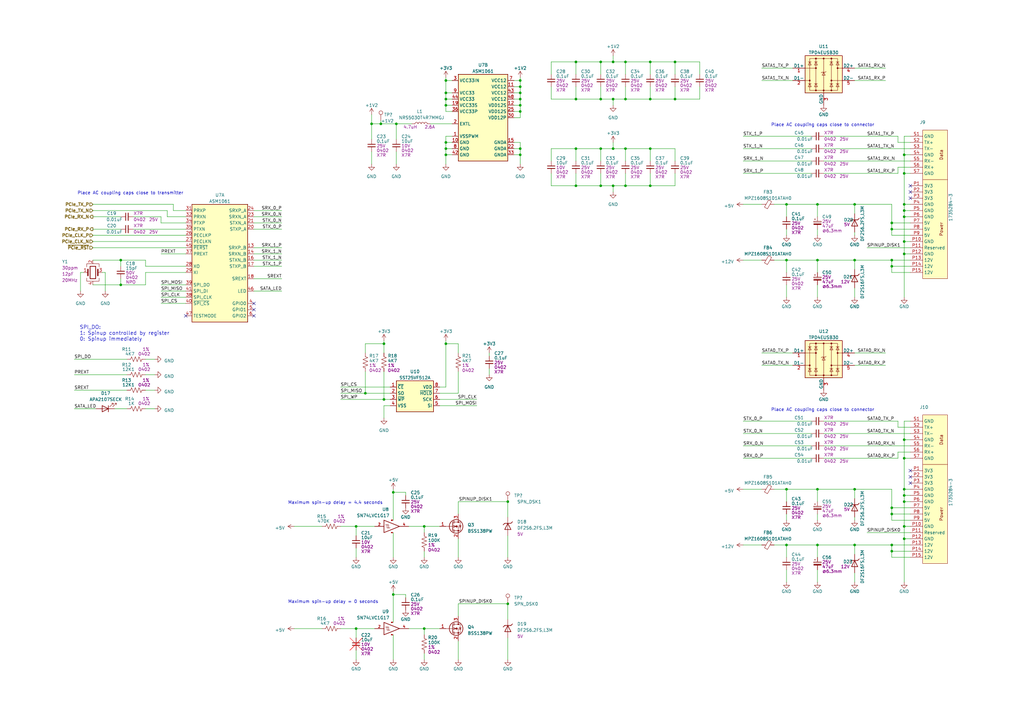
<source format=kicad_sch>
(kicad_sch (version 20210406) (generator eeschema)
  (paper "A3")
  (title_block (title "Pintry X2") (rev "${RevNum}") (company "www.cezarchirila.com") (comment 1 "2-bay NAS based on RPi CM4") (comment 9 "${DrawnBy}"))
  (junction (at 49.53 106.68) (diameter 0.9144))
  (junction (at 49.53 116.84) (diameter 0.9144))
  (junction (at 146.05 215.9) (diameter 0.9144))
  (junction (at 146.05 257.81) (diameter 0.9144))
  (junction (at 149.86 161.29) (diameter 0.9144))
  (junction (at 152.4 50.8) (diameter 0.9144))
  (junction (at 156.21 50.8) (diameter 0.9144))
  (junction (at 157.48 140.97) (diameter 0.9144))
  (junction (at 157.48 163.83) (diameter 0.9144))
  (junction (at 161.29 201.93) (diameter 0.9144))
  (junction (at 161.29 243.84) (diameter 0.9144))
  (junction (at 162.56 50.8) (diameter 0.9144))
  (junction (at 173.99 215.9) (diameter 0.9144))
  (junction (at 173.99 257.81) (diameter 0.9144))
  (junction (at 182.88 33.02) (diameter 0.9144))
  (junction (at 182.88 38.1) (diameter 0.9144))
  (junction (at 182.88 40.64) (diameter 0.9144))
  (junction (at 182.88 43.18) (diameter 0.9144))
  (junction (at 182.88 58.42) (diameter 0.9144))
  (junction (at 182.88 60.96) (diameter 0.9144))
  (junction (at 182.88 63.5) (diameter 0.9144))
  (junction (at 182.88 140.97) (diameter 0.9144))
  (junction (at 208.28 205.74) (diameter 0.9144))
  (junction (at 208.28 247.65) (diameter 0.9144))
  (junction (at 213.36 33.02) (diameter 0.9144))
  (junction (at 213.36 35.56) (diameter 0.9144))
  (junction (at 213.36 38.1) (diameter 0.9144))
  (junction (at 213.36 40.64) (diameter 0.9144))
  (junction (at 213.36 43.18) (diameter 0.9144))
  (junction (at 213.36 45.72) (diameter 0.9144))
  (junction (at 213.36 60.96) (diameter 0.9144))
  (junction (at 213.36 63.5) (diameter 0.9144))
  (junction (at 236.22 25.4) (diameter 0.9144))
  (junction (at 236.22 40.64) (diameter 0.9144))
  (junction (at 236.22 60.96) (diameter 0.9144))
  (junction (at 236.22 76.2) (diameter 0.9144))
  (junction (at 246.38 25.4) (diameter 0.9144))
  (junction (at 246.38 40.64) (diameter 0.9144))
  (junction (at 246.38 60.96) (diameter 0.9144))
  (junction (at 246.38 76.2) (diameter 0.9144))
  (junction (at 251.46 25.4) (diameter 0.9144))
  (junction (at 251.46 40.64) (diameter 0.9144))
  (junction (at 251.46 60.96) (diameter 0.9144))
  (junction (at 251.46 76.2) (diameter 0.9144))
  (junction (at 256.54 25.4) (diameter 0.9144))
  (junction (at 256.54 40.64) (diameter 0.9144))
  (junction (at 256.54 60.96) (diameter 0.9144))
  (junction (at 256.54 76.2) (diameter 0.9144))
  (junction (at 266.7 25.4) (diameter 0.9144))
  (junction (at 266.7 40.64) (diameter 0.9144))
  (junction (at 266.7 60.96) (diameter 0.9144))
  (junction (at 266.7 76.2) (diameter 0.9144))
  (junction (at 276.86 25.4) (diameter 0.9144))
  (junction (at 276.86 40.64) (diameter 0.9144))
  (junction (at 322.58 83.82) (diameter 0.9144))
  (junction (at 322.58 106.68) (diameter 0.9144))
  (junction (at 322.58 200.66) (diameter 0.9144))
  (junction (at 322.58 223.52) (diameter 0.9144))
  (junction (at 335.28 83.82) (diameter 0.9144))
  (junction (at 335.28 106.68) (diameter 0.9144))
  (junction (at 335.28 200.66) (diameter 0.9144))
  (junction (at 335.28 223.52) (diameter 0.9144))
  (junction (at 350.52 83.82) (diameter 0.9144))
  (junction (at 350.52 106.68) (diameter 0.9144))
  (junction (at 350.52 200.66) (diameter 0.9144))
  (junction (at 350.52 223.52) (diameter 0.9144))
  (junction (at 365.76 91.44) (diameter 0.9144))
  (junction (at 365.76 93.98) (diameter 0.9144))
  (junction (at 365.76 106.68) (diameter 0.9144))
  (junction (at 365.76 109.22) (diameter 0.9144))
  (junction (at 365.76 208.28) (diameter 0.9144))
  (junction (at 365.76 210.82) (diameter 0.9144))
  (junction (at 365.76 223.52) (diameter 0.9144))
  (junction (at 365.76 226.06) (diameter 0.9144))
  (junction (at 370.84 63.5) (diameter 0.9144))
  (junction (at 370.84 71.12) (diameter 0.9144))
  (junction (at 370.84 83.82) (diameter 0.9144))
  (junction (at 370.84 86.36) (diameter 0.9144))
  (junction (at 370.84 88.9) (diameter 0.9144))
  (junction (at 370.84 99.06) (diameter 0.9144))
  (junction (at 370.84 104.14) (diameter 0.9144))
  (junction (at 370.84 180.34) (diameter 0.9144))
  (junction (at 370.84 187.96) (diameter 0.9144))
  (junction (at 370.84 200.66) (diameter 0.9144))
  (junction (at 370.84 203.2) (diameter 0.9144))
  (junction (at 370.84 205.74) (diameter 0.9144))
  (junction (at 370.84 215.9) (diameter 0.9144))
  (junction (at 370.84 220.98) (diameter 0.9144))
  (no_connect (at 76.2 129.54))
  (no_connect (at 104.14 124.46))
  (no_connect (at 104.14 127))
  (no_connect (at 104.14 129.54))
  (no_connect (at 373.38 76.2))
  (no_connect (at 373.38 78.74))
  (no_connect (at 373.38 81.28))
  (no_connect (at 373.38 193.04))
  (no_connect (at 373.38 195.58))
  (no_connect (at 373.38 198.12))
  (wire (pts (xy 30.48 147.32) (xy 52.07 147.32)))
  (wire (pts (xy 30.48 153.67) (xy 52.07 153.67)))
  (wire (pts (xy 30.48 160.02) (xy 52.07 160.02)))
  (wire (pts (xy 30.48 167.64) (xy 39.37 167.64)))
  (wire (pts (xy 33.02 111.76) (xy 34.29 111.76)))
  (wire (pts (xy 33.02 119.38) (xy 33.02 111.76)))
  (wire (pts (xy 38.1 83.82) (xy 71.12 83.82)))
  (wire (pts (xy 38.1 86.36) (xy 68.58 86.36)))
  (wire (pts (xy 38.1 88.9) (xy 49.53 88.9)))
  (wire (pts (xy 38.1 93.98) (xy 49.53 93.98)))
  (wire (pts (xy 38.1 96.52) (xy 76.2 96.52)))
  (wire (pts (xy 38.1 99.06) (xy 76.2 99.06)))
  (wire (pts (xy 38.1 101.6) (xy 76.2 101.6)))
  (wire (pts (xy 38.1 106.68) (xy 49.53 106.68)))
  (wire (pts (xy 38.1 116.84) (xy 49.53 116.84)))
  (wire (pts (xy 41.91 111.76) (xy 43.18 111.76)))
  (wire (pts (xy 43.18 111.76) (xy 43.18 119.38)))
  (wire (pts (xy 46.99 167.64) (xy 52.07 167.64)))
  (wire (pts (xy 49.53 106.68) (xy 49.53 109.22)))
  (wire (pts (xy 49.53 106.68) (xy 59.69 106.68)))
  (wire (pts (xy 49.53 114.3) (xy 49.53 116.84)))
  (wire (pts (xy 49.53 116.84) (xy 59.69 116.84)))
  (wire (pts (xy 54.61 93.98) (xy 76.2 93.98)))
  (wire (pts (xy 59.69 106.68) (xy 59.69 109.22)))
  (wire (pts (xy 59.69 109.22) (xy 76.2 109.22)))
  (wire (pts (xy 59.69 111.76) (xy 76.2 111.76)))
  (wire (pts (xy 59.69 116.84) (xy 59.69 111.76)))
  (wire (pts (xy 59.69 147.32) (xy 63.5 147.32)))
  (wire (pts (xy 59.69 153.67) (xy 63.5 153.67)))
  (wire (pts (xy 59.69 160.02) (xy 63.5 160.02)))
  (wire (pts (xy 59.69 167.64) (xy 63.5 167.64)))
  (wire (pts (xy 66.04 88.9) (xy 54.61 88.9)))
  (wire (pts (xy 66.04 91.44) (xy 66.04 88.9)))
  (wire (pts (xy 66.04 104.14) (xy 76.2 104.14)))
  (wire (pts (xy 66.04 116.84) (xy 76.2 116.84)))
  (wire (pts (xy 66.04 119.38) (xy 76.2 119.38)))
  (wire (pts (xy 66.04 121.92) (xy 76.2 121.92)))
  (wire (pts (xy 66.04 124.46) (xy 76.2 124.46)))
  (wire (pts (xy 68.58 88.9) (xy 68.58 86.36)))
  (wire (pts (xy 71.12 86.36) (xy 71.12 83.82)))
  (wire (pts (xy 71.12 86.36) (xy 76.2 86.36)))
  (wire (pts (xy 76.2 88.9) (xy 68.58 88.9)))
  (wire (pts (xy 76.2 91.44) (xy 66.04 91.44)))
  (wire (pts (xy 104.14 86.36) (xy 115.57 86.36)))
  (wire (pts (xy 104.14 88.9) (xy 115.57 88.9)))
  (wire (pts (xy 104.14 91.44) (xy 115.57 91.44)))
  (wire (pts (xy 104.14 93.98) (xy 115.57 93.98)))
  (wire (pts (xy 104.14 101.6) (xy 115.57 101.6)))
  (wire (pts (xy 104.14 104.14) (xy 115.57 104.14)))
  (wire (pts (xy 104.14 106.68) (xy 115.57 106.68)))
  (wire (pts (xy 104.14 109.22) (xy 115.57 109.22)))
  (wire (pts (xy 104.14 114.3) (xy 115.57 114.3)))
  (wire (pts (xy 104.14 119.38) (xy 115.57 119.38)))
  (wire (pts (xy 120.65 215.9) (xy 132.08 215.9)))
  (wire (pts (xy 120.65 257.81) (xy 132.08 257.81)))
  (wire (pts (xy 139.7 158.75) (xy 160.02 158.75)))
  (wire (pts (xy 139.7 161.29) (xy 149.86 161.29)))
  (wire (pts (xy 139.7 163.83) (xy 157.48 163.83)))
  (wire (pts (xy 139.7 215.9) (xy 146.05 215.9)))
  (wire (pts (xy 139.7 257.81) (xy 146.05 257.81)))
  (wire (pts (xy 146.05 215.9) (xy 146.05 219.71)))
  (wire (pts (xy 146.05 215.9) (xy 153.67 215.9)))
  (wire (pts (xy 146.05 224.79) (xy 146.05 228.6)))
  (wire (pts (xy 146.05 257.81) (xy 146.05 261.62)))
  (wire (pts (xy 146.05 257.81) (xy 153.67 257.81)))
  (wire (pts (xy 146.05 266.7) (xy 146.05 270.51)))
  (wire (pts (xy 149.86 140.97) (xy 149.86 144.78)))
  (wire (pts (xy 149.86 140.97) (xy 157.48 140.97)))
  (wire (pts (xy 149.86 152.4) (xy 149.86 161.29)))
  (wire (pts (xy 149.86 161.29) (xy 160.02 161.29)))
  (wire (pts (xy 152.4 46.99) (xy 152.4 50.8)))
  (wire (pts (xy 152.4 50.8) (xy 156.21 50.8)))
  (wire (pts (xy 152.4 57.15) (xy 152.4 50.8)))
  (wire (pts (xy 152.4 62.23) (xy 152.4 67.31)))
  (wire (pts (xy 156.21 49.53) (xy 156.21 50.8)))
  (wire (pts (xy 156.21 50.8) (xy 162.56 50.8)))
  (wire (pts (xy 157.48 140.97) (xy 157.48 139.7)))
  (wire (pts (xy 157.48 140.97) (xy 157.48 144.78)))
  (wire (pts (xy 157.48 152.4) (xy 157.48 163.83)))
  (wire (pts (xy 157.48 163.83) (xy 160.02 163.83)))
  (wire (pts (xy 157.48 166.37) (xy 160.02 166.37)))
  (wire (pts (xy 157.48 171.45) (xy 157.48 166.37)))
  (wire (pts (xy 161.29 200.66) (xy 161.29 201.93)))
  (wire (pts (xy 161.29 201.93) (xy 161.29 213.36)))
  (wire (pts (xy 161.29 201.93) (xy 166.37 201.93)))
  (wire (pts (xy 161.29 218.44) (xy 161.29 228.6)))
  (wire (pts (xy 161.29 242.57) (xy 161.29 243.84)))
  (wire (pts (xy 161.29 243.84) (xy 161.29 255.27)))
  (wire (pts (xy 161.29 243.84) (xy 166.37 243.84)))
  (wire (pts (xy 161.29 260.35) (xy 161.29 270.51)))
  (wire (pts (xy 162.56 50.8) (xy 162.56 57.15)))
  (wire (pts (xy 162.56 62.23) (xy 162.56 67.31)))
  (wire (pts (xy 166.37 201.93) (xy 166.37 203.2)))
  (wire (pts (xy 166.37 243.84) (xy 166.37 245.11)))
  (wire (pts (xy 167.64 215.9) (xy 173.99 215.9)))
  (wire (pts (xy 167.64 257.81) (xy 173.99 257.81)))
  (wire (pts (xy 168.91 50.8) (xy 162.56 50.8)))
  (wire (pts (xy 173.99 215.9) (xy 173.99 218.44)))
  (wire (pts (xy 173.99 215.9) (xy 180.34 215.9)))
  (wire (pts (xy 173.99 226.06) (xy 173.99 228.6)))
  (wire (pts (xy 173.99 257.81) (xy 173.99 260.35)))
  (wire (pts (xy 173.99 257.81) (xy 180.34 257.81)))
  (wire (pts (xy 173.99 267.97) (xy 173.99 270.51)))
  (wire (pts (xy 176.53 50.8) (xy 185.42 50.8)))
  (wire (pts (xy 180.34 158.75) (xy 182.88 158.75)))
  (wire (pts (xy 180.34 161.29) (xy 187.96 161.29)))
  (wire (pts (xy 182.88 31.75) (xy 182.88 33.02)))
  (wire (pts (xy 182.88 33.02) (xy 182.88 38.1)))
  (wire (pts (xy 182.88 33.02) (xy 185.42 33.02)))
  (wire (pts (xy 182.88 38.1) (xy 182.88 40.64)))
  (wire (pts (xy 182.88 38.1) (xy 185.42 38.1)))
  (wire (pts (xy 182.88 40.64) (xy 182.88 43.18)))
  (wire (pts (xy 182.88 40.64) (xy 185.42 40.64)))
  (wire (pts (xy 182.88 43.18) (xy 182.88 45.72)))
  (wire (pts (xy 182.88 43.18) (xy 185.42 43.18)))
  (wire (pts (xy 182.88 45.72) (xy 185.42 45.72)))
  (wire (pts (xy 182.88 55.88) (xy 185.42 55.88)))
  (wire (pts (xy 182.88 58.42) (xy 182.88 55.88)))
  (wire (pts (xy 182.88 58.42) (xy 185.42 58.42)))
  (wire (pts (xy 182.88 60.96) (xy 182.88 58.42)))
  (wire (pts (xy 182.88 60.96) (xy 185.42 60.96)))
  (wire (pts (xy 182.88 63.5) (xy 182.88 60.96)))
  (wire (pts (xy 182.88 63.5) (xy 185.42 63.5)))
  (wire (pts (xy 182.88 67.31) (xy 182.88 63.5)))
  (wire (pts (xy 182.88 139.7) (xy 182.88 140.97)))
  (wire (pts (xy 182.88 140.97) (xy 182.88 158.75)))
  (wire (pts (xy 182.88 140.97) (xy 187.96 140.97)))
  (wire (pts (xy 187.96 144.78) (xy 187.96 140.97)))
  (wire (pts (xy 187.96 152.4) (xy 187.96 161.29)))
  (wire (pts (xy 187.96 205.74) (xy 187.96 210.82)))
  (wire (pts (xy 187.96 205.74) (xy 208.28 205.74)))
  (wire (pts (xy 187.96 220.98) (xy 187.96 228.6)))
  (wire (pts (xy 187.96 247.65) (xy 187.96 252.73)))
  (wire (pts (xy 187.96 247.65) (xy 208.28 247.65)))
  (wire (pts (xy 187.96 262.89) (xy 187.96 270.51)))
  (wire (pts (xy 195.58 163.83) (xy 180.34 163.83)))
  (wire (pts (xy 195.58 166.37) (xy 180.34 166.37)))
  (wire (pts (xy 200.66 144.78) (xy 200.66 146.05)))
  (wire (pts (xy 200.66 151.13) (xy 200.66 153.67)))
  (wire (pts (xy 208.28 212.09) (xy 208.28 205.74)))
  (wire (pts (xy 208.28 219.71) (xy 208.28 228.6)))
  (wire (pts (xy 208.28 254) (xy 208.28 247.65)))
  (wire (pts (xy 208.28 261.62) (xy 208.28 270.51)))
  (wire (pts (xy 210.82 33.02) (xy 213.36 33.02)))
  (wire (pts (xy 210.82 35.56) (xy 213.36 35.56)))
  (wire (pts (xy 210.82 38.1) (xy 213.36 38.1)))
  (wire (pts (xy 210.82 40.64) (xy 213.36 40.64)))
  (wire (pts (xy 210.82 43.18) (xy 213.36 43.18)))
  (wire (pts (xy 210.82 45.72) (xy 213.36 45.72)))
  (wire (pts (xy 210.82 58.42) (xy 213.36 58.42)))
  (wire (pts (xy 210.82 60.96) (xy 213.36 60.96)))
  (wire (pts (xy 210.82 63.5) (xy 213.36 63.5)))
  (wire (pts (xy 213.36 31.75) (xy 213.36 33.02)))
  (wire (pts (xy 213.36 33.02) (xy 213.36 35.56)))
  (wire (pts (xy 213.36 35.56) (xy 213.36 38.1)))
  (wire (pts (xy 213.36 38.1) (xy 213.36 40.64)))
  (wire (pts (xy 213.36 40.64) (xy 213.36 43.18)))
  (wire (pts (xy 213.36 43.18) (xy 213.36 45.72)))
  (wire (pts (xy 213.36 45.72) (xy 213.36 48.26)))
  (wire (pts (xy 213.36 48.26) (xy 210.82 48.26)))
  (wire (pts (xy 213.36 58.42) (xy 213.36 60.96)))
  (wire (pts (xy 213.36 60.96) (xy 213.36 63.5)))
  (wire (pts (xy 213.36 63.5) (xy 213.36 67.31)))
  (wire (pts (xy 226.06 25.4) (xy 226.06 30.48)))
  (wire (pts (xy 226.06 35.56) (xy 226.06 40.64)))
  (wire (pts (xy 226.06 40.64) (xy 236.22 40.64)))
  (wire (pts (xy 226.06 60.96) (xy 226.06 66.04)))
  (wire (pts (xy 226.06 71.12) (xy 226.06 76.2)))
  (wire (pts (xy 226.06 76.2) (xy 236.22 76.2)))
  (wire (pts (xy 236.22 25.4) (xy 226.06 25.4)))
  (wire (pts (xy 236.22 25.4) (xy 236.22 30.48)))
  (wire (pts (xy 236.22 35.56) (xy 236.22 40.64)))
  (wire (pts (xy 236.22 40.64) (xy 246.38 40.64)))
  (wire (pts (xy 236.22 60.96) (xy 226.06 60.96)))
  (wire (pts (xy 236.22 60.96) (xy 236.22 66.04)))
  (wire (pts (xy 236.22 71.12) (xy 236.22 76.2)))
  (wire (pts (xy 236.22 76.2) (xy 246.38 76.2)))
  (wire (pts (xy 246.38 25.4) (xy 236.22 25.4)))
  (wire (pts (xy 246.38 25.4) (xy 246.38 30.48)))
  (wire (pts (xy 246.38 35.56) (xy 246.38 40.64)))
  (wire (pts (xy 246.38 40.64) (xy 251.46 40.64)))
  (wire (pts (xy 246.38 60.96) (xy 236.22 60.96)))
  (wire (pts (xy 246.38 60.96) (xy 246.38 66.04)))
  (wire (pts (xy 246.38 71.12) (xy 246.38 76.2)))
  (wire (pts (xy 246.38 76.2) (xy 251.46 76.2)))
  (wire (pts (xy 251.46 22.86) (xy 251.46 25.4)))
  (wire (pts (xy 251.46 25.4) (xy 246.38 25.4)))
  (wire (pts (xy 251.46 40.64) (xy 251.46 43.18)))
  (wire (pts (xy 251.46 40.64) (xy 256.54 40.64)))
  (wire (pts (xy 251.46 58.42) (xy 251.46 60.96)))
  (wire (pts (xy 251.46 60.96) (xy 246.38 60.96)))
  (wire (pts (xy 251.46 76.2) (xy 251.46 78.74)))
  (wire (pts (xy 251.46 76.2) (xy 256.54 76.2)))
  (wire (pts (xy 256.54 25.4) (xy 251.46 25.4)))
  (wire (pts (xy 256.54 25.4) (xy 256.54 30.48)))
  (wire (pts (xy 256.54 35.56) (xy 256.54 40.64)))
  (wire (pts (xy 256.54 40.64) (xy 266.7 40.64)))
  (wire (pts (xy 256.54 60.96) (xy 251.46 60.96)))
  (wire (pts (xy 256.54 60.96) (xy 256.54 66.04)))
  (wire (pts (xy 256.54 71.12) (xy 256.54 76.2)))
  (wire (pts (xy 256.54 76.2) (xy 266.7 76.2)))
  (wire (pts (xy 266.7 25.4) (xy 256.54 25.4)))
  (wire (pts (xy 266.7 25.4) (xy 266.7 30.48)))
  (wire (pts (xy 266.7 35.56) (xy 266.7 40.64)))
  (wire (pts (xy 266.7 40.64) (xy 276.86 40.64)))
  (wire (pts (xy 266.7 60.96) (xy 256.54 60.96)))
  (wire (pts (xy 266.7 60.96) (xy 266.7 66.04)))
  (wire (pts (xy 266.7 71.12) (xy 266.7 76.2)))
  (wire (pts (xy 266.7 76.2) (xy 276.86 76.2)))
  (wire (pts (xy 276.86 25.4) (xy 266.7 25.4)))
  (wire (pts (xy 276.86 25.4) (xy 276.86 30.48)))
  (wire (pts (xy 276.86 35.56) (xy 276.86 40.64)))
  (wire (pts (xy 276.86 40.64) (xy 287.02 40.64)))
  (wire (pts (xy 276.86 60.96) (xy 266.7 60.96)))
  (wire (pts (xy 276.86 66.04) (xy 276.86 60.96)))
  (wire (pts (xy 276.86 76.2) (xy 276.86 71.12)))
  (wire (pts (xy 287.02 25.4) (xy 276.86 25.4)))
  (wire (pts (xy 287.02 30.48) (xy 287.02 25.4)))
  (wire (pts (xy 287.02 40.64) (xy 287.02 35.56)))
  (wire (pts (xy 304.8 55.88) (xy 332.74 55.88)))
  (wire (pts (xy 304.8 60.96) (xy 332.74 60.96)))
  (wire (pts (xy 304.8 66.04) (xy 332.74 66.04)))
  (wire (pts (xy 304.8 71.12) (xy 332.74 71.12)))
  (wire (pts (xy 304.8 83.82) (xy 312.42 83.82)))
  (wire (pts (xy 304.8 106.68) (xy 312.42 106.68)))
  (wire (pts (xy 304.8 172.72) (xy 332.74 172.72)))
  (wire (pts (xy 304.8 177.8) (xy 332.74 177.8)))
  (wire (pts (xy 304.8 182.88) (xy 332.74 182.88)))
  (wire (pts (xy 304.8 187.96) (xy 332.74 187.96)))
  (wire (pts (xy 304.8 200.66) (xy 312.42 200.66)))
  (wire (pts (xy 304.8 223.52) (xy 312.42 223.52)))
  (wire (pts (xy 312.42 27.94) (xy 325.12 27.94)))
  (wire (pts (xy 312.42 33.02) (xy 325.12 33.02)))
  (wire (pts (xy 312.42 144.78) (xy 325.12 144.78)))
  (wire (pts (xy 312.42 149.86) (xy 325.12 149.86)))
  (wire (pts (xy 317.5 83.82) (xy 322.58 83.82)))
  (wire (pts (xy 317.5 106.68) (xy 322.58 106.68)))
  (wire (pts (xy 317.5 200.66) (xy 322.58 200.66)))
  (wire (pts (xy 317.5 223.52) (xy 322.58 223.52)))
  (wire (pts (xy 322.58 83.82) (xy 335.28 83.82)))
  (wire (pts (xy 322.58 88.9) (xy 322.58 83.82)))
  (wire (pts (xy 322.58 93.98) (xy 322.58 96.52)))
  (wire (pts (xy 322.58 106.68) (xy 335.28 106.68)))
  (wire (pts (xy 322.58 111.76) (xy 322.58 106.68)))
  (wire (pts (xy 322.58 116.84) (xy 322.58 121.92)))
  (wire (pts (xy 322.58 200.66) (xy 335.28 200.66)))
  (wire (pts (xy 322.58 205.74) (xy 322.58 200.66)))
  (wire (pts (xy 322.58 210.82) (xy 322.58 213.36)))
  (wire (pts (xy 322.58 223.52) (xy 335.28 223.52)))
  (wire (pts (xy 322.58 228.6) (xy 322.58 223.52)))
  (wire (pts (xy 322.58 233.68) (xy 322.58 238.76)))
  (wire (pts (xy 335.28 83.82) (xy 335.28 88.9)))
  (wire (pts (xy 335.28 83.82) (xy 350.52 83.82)))
  (wire (pts (xy 335.28 93.98) (xy 335.28 96.52)))
  (wire (pts (xy 335.28 106.68) (xy 335.28 111.76)))
  (wire (pts (xy 335.28 106.68) (xy 350.52 106.68)))
  (wire (pts (xy 335.28 116.84) (xy 335.28 121.92)))
  (wire (pts (xy 335.28 200.66) (xy 335.28 205.74)))
  (wire (pts (xy 335.28 200.66) (xy 350.52 200.66)))
  (wire (pts (xy 335.28 210.82) (xy 335.28 213.36)))
  (wire (pts (xy 335.28 223.52) (xy 335.28 228.6)))
  (wire (pts (xy 335.28 223.52) (xy 350.52 223.52)))
  (wire (pts (xy 335.28 233.68) (xy 335.28 238.76)))
  (wire (pts (xy 337.82 55.88) (xy 368.3 55.88)))
  (wire (pts (xy 337.82 60.96) (xy 373.38 60.96)))
  (wire (pts (xy 337.82 66.04) (xy 373.38 66.04)))
  (wire (pts (xy 337.82 71.12) (xy 368.3 71.12)))
  (wire (pts (xy 337.82 172.72) (xy 368.3 172.72)))
  (wire (pts (xy 337.82 177.8) (xy 373.38 177.8)))
  (wire (pts (xy 337.82 182.88) (xy 373.38 182.88)))
  (wire (pts (xy 337.82 187.96) (xy 368.3 187.96)))
  (wire (pts (xy 350.52 27.94) (xy 363.22 27.94)))
  (wire (pts (xy 350.52 33.02) (xy 363.22 33.02)))
  (wire (pts (xy 350.52 83.82) (xy 350.52 87.63)))
  (wire (pts (xy 350.52 95.25) (xy 350.52 96.52)))
  (wire (pts (xy 350.52 106.68) (xy 350.52 110.49)))
  (wire (pts (xy 350.52 106.68) (xy 365.76 106.68)))
  (wire (pts (xy 350.52 118.11) (xy 350.52 121.92)))
  (wire (pts (xy 350.52 144.78) (xy 363.22 144.78)))
  (wire (pts (xy 350.52 149.86) (xy 363.22 149.86)))
  (wire (pts (xy 350.52 200.66) (xy 350.52 204.47)))
  (wire (pts (xy 350.52 212.09) (xy 350.52 213.36)))
  (wire (pts (xy 350.52 223.52) (xy 350.52 227.33)))
  (wire (pts (xy 350.52 223.52) (xy 365.76 223.52)))
  (wire (pts (xy 350.52 234.95) (xy 350.52 238.76)))
  (wire (pts (xy 355.6 101.6) (xy 373.38 101.6)))
  (wire (pts (xy 355.6 218.44) (xy 373.38 218.44)))
  (wire (pts (xy 365.76 83.82) (xy 350.52 83.82)))
  (wire (pts (xy 365.76 91.44) (xy 365.76 83.82)))
  (wire (pts (xy 365.76 93.98) (xy 365.76 91.44)))
  (wire (pts (xy 365.76 96.52) (xy 365.76 93.98)))
  (wire (pts (xy 365.76 106.68) (xy 373.38 106.68)))
  (wire (pts (xy 365.76 109.22) (xy 365.76 106.68)))
  (wire (pts (xy 365.76 109.22) (xy 373.38 109.22)))
  (wire (pts (xy 365.76 111.76) (xy 365.76 109.22)))
  (wire (pts (xy 365.76 200.66) (xy 350.52 200.66)))
  (wire (pts (xy 365.76 208.28) (xy 365.76 200.66)))
  (wire (pts (xy 365.76 210.82) (xy 365.76 208.28)))
  (wire (pts (xy 365.76 213.36) (xy 365.76 210.82)))
  (wire (pts (xy 365.76 223.52) (xy 373.38 223.52)))
  (wire (pts (xy 365.76 226.06) (xy 365.76 223.52)))
  (wire (pts (xy 365.76 226.06) (xy 373.38 226.06)))
  (wire (pts (xy 365.76 228.6) (xy 365.76 226.06)))
  (wire (pts (xy 368.3 58.42) (xy 368.3 55.88)))
  (wire (pts (xy 368.3 68.58) (xy 373.38 68.58)))
  (wire (pts (xy 368.3 71.12) (xy 368.3 68.58)))
  (wire (pts (xy 368.3 175.26) (xy 368.3 172.72)))
  (wire (pts (xy 368.3 185.42) (xy 373.38 185.42)))
  (wire (pts (xy 368.3 187.96) (xy 368.3 185.42)))
  (wire (pts (xy 370.84 55.88) (xy 370.84 63.5)))
  (wire (pts (xy 370.84 63.5) (xy 370.84 71.12)))
  (wire (pts (xy 370.84 63.5) (xy 373.38 63.5)))
  (wire (pts (xy 370.84 71.12) (xy 370.84 83.82)))
  (wire (pts (xy 370.84 71.12) (xy 373.38 71.12)))
  (wire (pts (xy 370.84 83.82) (xy 370.84 86.36)))
  (wire (pts (xy 370.84 83.82) (xy 373.38 83.82)))
  (wire (pts (xy 370.84 86.36) (xy 370.84 88.9)))
  (wire (pts (xy 370.84 86.36) (xy 373.38 86.36)))
  (wire (pts (xy 370.84 88.9) (xy 370.84 99.06)))
  (wire (pts (xy 370.84 88.9) (xy 373.38 88.9)))
  (wire (pts (xy 370.84 99.06) (xy 370.84 104.14)))
  (wire (pts (xy 370.84 99.06) (xy 373.38 99.06)))
  (wire (pts (xy 370.84 104.14) (xy 370.84 121.92)))
  (wire (pts (xy 370.84 104.14) (xy 373.38 104.14)))
  (wire (pts (xy 370.84 172.72) (xy 370.84 180.34)))
  (wire (pts (xy 370.84 180.34) (xy 370.84 187.96)))
  (wire (pts (xy 370.84 180.34) (xy 373.38 180.34)))
  (wire (pts (xy 370.84 187.96) (xy 370.84 200.66)))
  (wire (pts (xy 370.84 187.96) (xy 373.38 187.96)))
  (wire (pts (xy 370.84 200.66) (xy 370.84 203.2)))
  (wire (pts (xy 370.84 200.66) (xy 373.38 200.66)))
  (wire (pts (xy 370.84 203.2) (xy 370.84 205.74)))
  (wire (pts (xy 370.84 203.2) (xy 373.38 203.2)))
  (wire (pts (xy 370.84 205.74) (xy 370.84 215.9)))
  (wire (pts (xy 370.84 205.74) (xy 373.38 205.74)))
  (wire (pts (xy 370.84 215.9) (xy 370.84 220.98)))
  (wire (pts (xy 370.84 215.9) (xy 373.38 215.9)))
  (wire (pts (xy 370.84 220.98) (xy 370.84 238.76)))
  (wire (pts (xy 370.84 220.98) (xy 373.38 220.98)))
  (wire (pts (xy 373.38 55.88) (xy 370.84 55.88)))
  (wire (pts (xy 373.38 58.42) (xy 368.3 58.42)))
  (wire (pts (xy 373.38 91.44) (xy 365.76 91.44)))
  (wire (pts (xy 373.38 93.98) (xy 365.76 93.98)))
  (wire (pts (xy 373.38 96.52) (xy 365.76 96.52)))
  (wire (pts (xy 373.38 111.76) (xy 365.76 111.76)))
  (wire (pts (xy 373.38 172.72) (xy 370.84 172.72)))
  (wire (pts (xy 373.38 175.26) (xy 368.3 175.26)))
  (wire (pts (xy 373.38 208.28) (xy 365.76 208.28)))
  (wire (pts (xy 373.38 210.82) (xy 365.76 210.82)))
  (wire (pts (xy 373.38 213.36) (xy 365.76 213.36)))
  (wire (pts (xy 373.38 228.6) (xy 365.76 228.6)))
  (polyline (pts (xy 143.51 261.62) (xy 148.59 266.7)) (stroke (width 0) (type solid) (color 255 0 0 1)))
  (polyline (pts (xy 143.51 266.7) (xy 148.59 261.62)) (stroke (width 0.2) (type solid) (color 255 0 0 1)))
  (text "Place AC coupling caps close to transmitter" (at 31.75 80.01 0) (effects (font (size 1.27 1.27)) (justify left bottom)))
  (text "SPI_DO:\n1: Spinup controlled by register\n0: Spinup immediately      \n" (at 32.639 140.081 0) (effects (font (size 1.5 1.5)) (justify left bottom)))
  (text "Maximum spin-up delay = 4.4 seconds" (at 118.11 207.01 0) (effects (font (size 1.27 1.27)) (justify left bottom)))
  (text "Maximum spin-up delay = 0 seconds" (at 118.11 247.65 0) (effects (font (size 1.27 1.27)) (justify left bottom)))
  (text "Place AC coupling caps close to connector" (at 316.23 52.07 0) (effects (font (size 1.27 1.27)) (justify left bottom)))
  (text "Place AC coupling caps close to connector" (at 316.23 168.91 0) (effects (font (size 1.27 1.27)) (justify left bottom)))
  (label "SPI_DO" (at 30.48 147.32 0))
  (label "PREXT" (at 30.48 153.67 0))
  (label "SREXT" (at 30.48 160.02 0))
  (label "SATA_LED" (at 30.48 167.64 0))
  (label "PREXT" (at 66.04 104.14 0))
  (label "SPI_MOSI" (at 66.04 116.84 0))
  (label "SPI_MISO" (at 66.04 119.38 0))
  (label "SPI_CLK" (at 66.04 121.92 0))
  (label "SPI_CS" (at 66.04 124.46 0))
  (label "SRX_0_P" (at 115.57 86.36 180))
  (label "SRX_0_N" (at 115.57 88.9 180))
  (label "STX_0_N" (at 115.57 91.44 180))
  (label "STX_0_P" (at 115.57 93.98 180))
  (label "SRX_1_P" (at 115.57 101.6 180))
  (label "SRX_1_N" (at 115.57 104.14 180))
  (label "STX_1_N" (at 115.57 106.68 180))
  (label "STX_1_P" (at 115.57 109.22 180))
  (label "SREXT" (at 115.57 114.3 180))
  (label "SATA_LED" (at 115.57 119.38 180))
  (label "SPI_CS" (at 139.7 158.75 0))
  (label "SPI_MISO" (at 139.7 161.29 0))
  (label "SPI_WP" (at 139.7 163.83 0))
  (label "SPI_CLK" (at 195.58 163.83 180))
  (label "SPI_MOSI" (at 195.58 166.37 180))
  (label "SPINUP_DISK1" (at 201.93 205.74 180))
  (label "SPINUP_DISK0" (at 201.93 247.65 180))
  (label "STX_1_P" (at 304.8 55.88 0))
  (label "STX_1_N" (at 304.8 60.96 0))
  (label "SRX_1_N" (at 304.8 66.04 0))
  (label "SRX_1_P" (at 304.8 71.12 0))
  (label "STX_0_P" (at 304.8 172.72 0))
  (label "STX_0_N" (at 304.8 177.8 0))
  (label "SRX_0_N" (at 304.8 182.88 0))
  (label "SRX_0_P" (at 304.8 187.96 0))
  (label "SATA1_TX_P" (at 312.42 27.94 0))
  (label "SATA1_TX_N" (at 312.42 33.02 0))
  (label "SATA0_TX_P" (at 312.42 144.78 0))
  (label "SATA0_TX_N" (at 312.42 149.86 0))
  (label "SATA1_TX_P" (at 355.6 55.88 0))
  (label "SATA1_TX_N" (at 355.6 60.96 0))
  (label "SATA1_RX_N" (at 355.6 66.04 0))
  (label "SATA1_RX_P" (at 355.6 71.12 0))
  (label "SPINUP_DISK1" (at 355.6 101.6 0))
  (label "SATA0_TX_P" (at 355.6 172.72 0))
  (label "SATA0_TX_N" (at 355.6 177.8 0))
  (label "SATA0_RX_N" (at 355.6 182.88 0))
  (label "SATA0_RX_P" (at 355.6 187.96 0))
  (label "SPINUP_DISK0" (at 355.6 218.44 0))
  (label "SATA1_RX_N" (at 363.22 27.94 180))
  (label "SATA1_RX_P" (at 363.22 33.02 180))
  (label "SATA0_RX_N" (at 363.22 144.78 180))
  (label "SATA0_RX_P" (at 363.22 149.86 180))
  (hierarchical_label "PCIe_TX_P" (shape input) (at 38.1 83.82 180) (effects (font (thickness 0.254) bold)))
  (hierarchical_label "PCIe_TX_N" (shape input) (at 38.1 86.36 180) (effects (font (thickness 0.254) bold)))
  (hierarchical_label "PCIe_RX_N" (shape output) (at 38.1 88.9 180) (effects (font (thickness 0.254) bold)))
  (hierarchical_label "PCIe_RX_P" (shape output) (at 38.1 93.98 180) (effects (font (thickness 0.254) bold)))
  (hierarchical_label "PCIe_CLK_P" (shape input) (at 38.1 96.52 180) (effects (font (thickness 0.254) bold)))
  (hierarchical_label "PCIe_CLK_N" (shape input) (at 38.1 99.06 180) (effects (font (thickness 0.254) bold)))
  (hierarchical_label "~PCIe_RST" (shape input) (at 38.1 101.6 180) (effects (font (thickness 0.254) bold)))
  (symbol (lib_id "power:+5V") (at 120.65 215.9 90) (unit 1)
    (property "Reference" "#PWR076" (effects hide))
    (property "Value" "+5V" (at 116.84 216.5349 90) (effects (justify left)))
  )
  (symbol (lib_id "power:+5V") (at 120.65 257.81 90) (unit 1)
    (property "Reference" "#PWR077" (effects hide))
    (property "Value" "+5V" (at 116.84 258.4449 90) (effects (justify left)))
  )
  (symbol (lib_id "power:+1V2") (at 152.4 46.99 0) (unit 1)
    (property "Reference" "#PWR080" (effects hide))
    (property "Value" "+1V2" (at 152.4 43.18 0))
  )
  (symbol (lib_id "power:+3.3V") (at 157.48 139.7 0) (unit 1)
    (property "Reference" "#PWR082" (effects hide))
    (property "Value" "+3.3V" (at 157.48 135.89 0))
  )
  (symbol (lib_id "power:+5V") (at 161.29 200.66 0) (unit 1)
    (property "Reference" "#PWR084" (effects hide))
    (property "Value" "+5V" (at 161.29 196.85 0))
  )
  (symbol (lib_id "power:+5V") (at 161.29 242.57 0) (unit 1)
    (property "Reference" "#PWR086" (effects hide))
    (property "Value" "+5V" (at 161.29 238.76 0))
  )
  (symbol (lib_id "power:+3.3V") (at 182.88 31.75 0) (unit 1)
    (property "Reference" "#PWR093" (effects hide))
    (property "Value" "+3.3V" (at 182.88 27.94 0))
  )
  (symbol (lib_id "power:+3.3V") (at 182.88 139.7 0) (unit 1)
    (property "Reference" "#PWR095" (effects hide))
    (property "Value" "+3.3V" (at 182.88 135.89 0))
  )
  (symbol (lib_id "power:+3.3V") (at 200.66 144.78 0) (unit 1)
    (property "Reference" "#PWR098" (effects hide))
    (property "Value" "+3.3V" (at 200.66 140.97 0))
  )
  (symbol (lib_id "power:+1V2") (at 213.36 31.75 0) (unit 1)
    (property "Reference" "#PWR0104" (effects hide))
    (property "Value" "+1V2" (at 213.36 27.94 0))
  )
  (symbol (lib_id "power:+1V2") (at 251.46 22.86 0) (unit 1)
    (property "Reference" "#PWR0106" (effects hide))
    (property "Value" "+1V2" (at 251.46 19.05 0))
  )
  (symbol (lib_id "power:+3.3V") (at 251.46 58.42 0) (unit 1)
    (property "Reference" "#PWR0108" (effects hide))
    (property "Value" "+3.3V" (at 251.46 54.61 0))
  )
  (symbol (lib_id "power:+5V") (at 304.8 83.82 90) (unit 1)
    (property "Reference" "#PWR0110" (effects hide))
    (property "Value" "+5V" (at 300.99 84.4549 90) (effects (justify left)))
  )
  (symbol (lib_id "power:+12V") (at 304.8 106.68 90) (unit 1)
    (property "Reference" "#PWR0111" (effects hide))
    (property "Value" "+12V" (at 300.99 107.3149 90) (effects (justify left)))
  )
  (symbol (lib_id "power:+5V") (at 304.8 200.66 90) (unit 1)
    (property "Reference" "#PWR0112" (effects hide))
    (property "Value" "+5V" (at 300.99 201.2949 90) (effects (justify left)))
  )
  (symbol (lib_id "power:+12V") (at 304.8 223.52 90) (unit 1)
    (property "Reference" "#PWR0113" (effects hide))
    (property "Value" "+12V" (at 300.99 224.1549 90) (effects (justify left)))
  )
  (symbol (lib_id "Connector:TestPoint") (at 156.21 49.53 0) (unit 1)
    (property "Reference" "TP?" (at 157.48 47.0534 0) (effects (justify left)))
    (property "Value" "+1V2" (at 156.21 49.5934 0) (effects (justify left)))
    (property "Footprint" "TestPoint:TestPoint_Pad_D2.5mm" (effects hide))
  )
  (symbol (lib_id "Connector:TestPoint") (at 208.28 205.74 0) (unit 1)
    (property "Reference" "TP?" (at 210.82 203.2634 0) (effects (justify left)))
    (property "Value" "SPN_DSK1" (at 212.09 205.8034 0) (effects (justify left)))
    (property "Footprint" "TestPoint:TestPoint_Pad_D2.5mm" (effects hide))
  )
  (symbol (lib_id "Connector:TestPoint") (at 208.28 247.65 0) (unit 1)
    (property "Reference" "TP?" (at 210.82 245.1734 0) (effects (justify left)))
    (property "Value" "SPN_DSK0" (at 210.82 247.7134 0) (effects (justify left)))
    (property "Footprint" "TestPoint:TestPoint_Pad_D2.5mm" (effects hide))
  )
  (symbol (lib_id "power:GND") (at 33.02 119.38 0) (unit 1)
    (property "Reference" "#PWR0101" (effects hide))
    (property "Value" "GND" (at 33.02 124.46 0))
  )
  (symbol (lib_id "power:GND") (at 43.18 119.38 0) (unit 1)
    (property "Reference" "#PWR0102" (effects hide))
    (property "Value" "GND" (at 43.18 124.46 0))
  )
  (symbol (lib_id "power:GND") (at 63.5 147.32 90) (unit 1)
    (property "Reference" "#PWR072" (effects hide))
    (property "Value" "GND" (at 67.31 147.9549 90) (effects (justify right)))
  )
  (symbol (lib_id "power:GND") (at 63.5 153.67 90) (unit 1)
    (property "Reference" "#PWR073" (effects hide))
    (property "Value" "GND" (at 67.31 154.3049 90) (effects (justify right)))
  )
  (symbol (lib_id "power:GND") (at 63.5 160.02 90) (unit 1)
    (property "Reference" "#PWR074" (effects hide))
    (property "Value" "GND" (at 67.31 160.6549 90) (effects (justify right)))
  )
  (symbol (lib_id "power:GND") (at 63.5 167.64 90) (unit 1)
    (property "Reference" "#PWR075" (effects hide))
    (property "Value" "GND" (at 67.31 168.2749 90) (effects (justify right)))
  )
  (symbol (lib_id "power:GND") (at 146.05 228.6 0) (unit 1)
    (property "Reference" "#PWR078" (effects hide))
    (property "Value" "GND" (at 146.05 232.41 0))
  )
  (symbol (lib_id "power:GND") (at 146.05 270.51 0) (unit 1)
    (property "Reference" "#PWR079" (effects hide))
    (property "Value" "GND" (at 146.05 274.32 0))
  )
  (symbol (lib_id "power:GND") (at 152.4 67.31 0) (unit 1)
    (property "Reference" "#PWR081" (effects hide))
    (property "Value" "GND" (at 152.4 72.39 0))
  )
  (symbol (lib_id "power:GND") (at 157.48 171.45 0) (unit 1)
    (property "Reference" "#PWR083" (effects hide))
    (property "Value" "GND" (at 157.48 176.53 0))
  )
  (symbol (lib_id "power:GND") (at 161.29 228.6 0) (unit 1)
    (property "Reference" "#PWR085" (effects hide))
    (property "Value" "GND" (at 161.29 232.41 0))
  )
  (symbol (lib_id "power:GND") (at 161.29 270.51 0) (unit 1)
    (property "Reference" "#PWR087" (effects hide))
    (property "Value" "GND" (at 161.29 274.32 0))
  )
  (symbol (lib_id "power:GND") (at 162.56 67.31 0) (unit 1)
    (property "Reference" "#PWR088" (effects hide))
    (property "Value" "GND" (at 162.56 72.39 0))
  )
  (symbol (lib_id "power:GND") (at 166.37 208.28 0) (unit 1)
    (property "Reference" "#PWR089" (effects hide))
    (property "Value" "GND" (at 166.37 212.09 0))
  )
  (symbol (lib_id "power:GND") (at 166.37 250.19 0) (unit 1)
    (property "Reference" "#PWR090" (effects hide))
    (property "Value" "GND" (at 166.37 254 0))
  )
  (symbol (lib_id "power:GND") (at 173.99 228.6 0) (unit 1)
    (property "Reference" "#PWR091" (effects hide))
    (property "Value" "GND" (at 173.99 232.41 0))
  )
  (symbol (lib_id "power:GND") (at 173.99 270.51 0) (unit 1)
    (property "Reference" "#PWR092" (effects hide))
    (property "Value" "GND" (at 173.99 274.32 0))
  )
  (symbol (lib_id "power:GND") (at 182.88 67.31 0) (unit 1)
    (property "Reference" "#PWR094" (effects hide))
    (property "Value" "GND" (at 182.88 72.39 0))
  )
  (symbol (lib_id "power:GND") (at 187.96 228.6 0) (unit 1)
    (property "Reference" "#PWR096" (effects hide))
    (property "Value" "GND" (at 187.96 232.41 0))
  )
  (symbol (lib_id "power:GND") (at 187.96 270.51 0) (unit 1)
    (property "Reference" "#PWR097" (effects hide))
    (property "Value" "GND" (at 187.96 274.32 0))
  )
  (symbol (lib_id "power:GND") (at 200.66 153.67 0) (unit 1)
    (property "Reference" "#PWR099" (effects hide))
    (property "Value" "GND" (at 200.66 158.75 0))
  )
  (symbol (lib_id "power:GND") (at 208.28 228.6 0) (unit 1)
    (property "Reference" "#PWR0100" (effects hide))
    (property "Value" "GND" (at 208.28 232.41 0))
  )
  (symbol (lib_id "power:GND") (at 208.28 270.51 0) (unit 1)
    (property "Reference" "#PWR0103" (effects hide))
    (property "Value" "GND" (at 208.28 274.32 0))
  )
  (symbol (lib_id "power:GND") (at 213.36 67.31 0) (unit 1)
    (property "Reference" "#PWR0105" (effects hide))
    (property "Value" "GND" (at 213.36 72.39 0))
  )
  (symbol (lib_id "power:GND") (at 251.46 43.18 0) (unit 1)
    (property "Reference" "#PWR0107" (effects hide))
    (property "Value" "GND" (at 251.46 48.26 0))
  )
  (symbol (lib_id "power:GND") (at 251.46 78.74 0) (unit 1)
    (property "Reference" "#PWR0109" (effects hide))
    (property "Value" "GND" (at 251.46 83.82 0))
  )
  (symbol (lib_id "power:GND") (at 322.58 96.52 0) (unit 1)
    (property "Reference" "#PWR0114" (effects hide))
    (property "Value" "GND" (at 322.58 100.33 0))
  )
  (symbol (lib_id "power:GND") (at 322.58 121.92 0) (unit 1)
    (property "Reference" "#PWR0115" (effects hide))
    (property "Value" "GND" (at 322.58 125.73 0))
  )
  (symbol (lib_id "power:GND") (at 322.58 213.36 0) (unit 1)
    (property "Reference" "#PWR0116" (effects hide))
    (property "Value" "GND" (at 322.58 217.17 0))
  )
  (symbol (lib_id "power:GND") (at 322.58 238.76 0) (unit 1)
    (property "Reference" "#PWR0117" (effects hide))
    (property "Value" "GND" (at 322.58 242.57 0))
  )
  (symbol (lib_id "power:GND") (at 335.28 96.52 0) (unit 1)
    (property "Reference" "#PWR0118" (effects hide))
    (property "Value" "GND" (at 335.28 100.33 0))
  )
  (symbol (lib_id "power:GND") (at 335.28 121.92 0) (unit 1)
    (property "Reference" "#PWR0119" (effects hide))
    (property "Value" "GND" (at 335.28 125.73 0))
  )
  (symbol (lib_id "power:GND") (at 335.28 213.36 0) (unit 1)
    (property "Reference" "#PWR0120" (effects hide))
    (property "Value" "GND" (at 335.28 217.17 0))
  )
  (symbol (lib_id "power:GND") (at 335.28 238.76 0) (unit 1)
    (property "Reference" "#PWR0121" (effects hide))
    (property "Value" "GND" (at 335.28 242.57 0))
  )
  (symbol (lib_id "power:GND") (at 337.82 43.18 0) (unit 1)
    (property "Reference" "#PWR0122" (effects hide))
    (property "Value" "GND" (at 337.82 46.99 0))
  )
  (symbol (lib_id "power:GND") (at 337.82 160.02 0) (unit 1)
    (property "Reference" "#PWR0123" (effects hide))
    (property "Value" "GND" (at 337.82 163.83 0))
  )
  (symbol (lib_id "power:GND") (at 350.52 96.52 0) (unit 1)
    (property "Reference" "#PWR0124" (effects hide))
    (property "Value" "GND" (at 350.52 100.33 0))
  )
  (symbol (lib_id "power:GND") (at 350.52 121.92 0) (unit 1)
    (property "Reference" "#PWR0125" (effects hide))
    (property "Value" "GND" (at 350.52 125.73 0))
  )
  (symbol (lib_id "power:GND") (at 350.52 213.36 0) (unit 1)
    (property "Reference" "#PWR0126" (effects hide))
    (property "Value" "GND" (at 350.52 217.17 0))
  )
  (symbol (lib_id "power:GND") (at 350.52 238.76 0) (unit 1)
    (property "Reference" "#PWR0127" (effects hide))
    (property "Value" "GND" (at 350.52 242.57 0))
  )
  (symbol (lib_id "power:GND") (at 370.84 121.92 0) (unit 1)
    (property "Reference" "#PWR0128" (effects hide))
    (property "Value" "GND" (at 370.84 125.73 0))
  )
  (symbol (lib_id "power:GND") (at 370.84 238.76 0) (unit 1)
    (property "Reference" "#PWR0129" (effects hide))
    (property "Value" "GND" (at 370.84 242.57 0))
  )
  (symbol (lib_id "PintryParts-Symbols:NRS5030T4R7MMGJ") (at 172.72 50.8 90) (unit 1)
    (property "Reference" "L1" (at 173.3549 45.72 90) (effects (justify left)))
    (property "Value" "NRS5030T4R7MMGJ" (at 182.245 48.26 90) (effects (justify left)))
    (property "Footprint" "Inductor_SMD:L_Taiyo-Yuden_NR-50xx" (effects hide))
    (property "Datasheet" "https://www.yuden.co.jp/productdata/catalog/wound04_e.pdf" (effects hide))
    (property "Part Number" "NRS5030T4R7MMGJ" (effects hide))
    (property "Manufacturer" "Taiyo Yuden" (effects hide))
    (property "Current Rating" "2.6A" (at 178.435 52.07 90) (effects (justify left)))
    (property "Inductance" "4.7uH" (at 168.275 52.07 90))
  )
  (symbol (lib_id "Device:R_US") (at 55.88 147.32 90) (unit 1)
    (property "Reference" "R11" (at 53.8479 143.256 90) (effects (justify left)))
    (property "Value" "4K7" (at 55.2449 145.161 90) (effects (justify left)))
    (property "Footprint" "PintryParts-Footprints:R_0402_1005Metric" (effects hide))
    (property "Tolerance" "1%" (at 58.42 143.256 90) (effects (justify right)))
    (property "Size" "0402" (at 56.642 145.161 90) (effects (justify right)))
  )
  (symbol (lib_id "Device:R_US") (at 55.88 153.67 90) (unit 1)
    (property "Reference" "R12" (at 53.8479 149.606 90) (effects (justify left)))
    (property "Value" "12K1" (at 55.2449 151.511 90) (effects (justify left)))
    (property "Footprint" "PintryParts-Footprints:R_0402_1005Metric" (effects hide))
    (property "Tolerance" "1%" (at 58.42 149.606 90) (effects (justify right)))
    (property "Size" "0402" (at 56.642 151.511 90) (effects (justify right)))
  )
  (symbol (lib_id "Device:R_US") (at 55.88 160.02 90) (unit 1)
    (property "Reference" "R13" (at 53.8479 155.956 90) (effects (justify left)))
    (property "Value" "12K1" (at 55.2449 157.861 90) (effects (justify left)))
    (property "Footprint" "PintryParts-Footprints:R_0402_1005Metric" (effects hide))
    (property "Tolerance" "1%" (at 58.42 155.956 90) (effects (justify right)))
    (property "Size" "0402" (at 56.642 157.861 90) (effects (justify right)))
  )
  (symbol (lib_id "Device:R_US") (at 55.88 167.64 90) (unit 1)
    (property "Reference" "R14" (at 55.1179 163.576 90) (effects (justify left)))
    (property "Value" "1K" (at 55.2449 165.481 90) (effects (justify left)))
    (property "Footprint" "PintryParts-Footprints:R_0402_1005Metric" (effects hide))
    (property "Tolerance" "1%" (at 58.42 163.576 90) (effects (justify right)))
    (property "Size" "0402" (at 56.642 165.481 90) (effects (justify right)))
  )
  (symbol (lib_id "Device:R_US") (at 135.89 215.9 90) (unit 1)
    (property "Reference" "R15" (at 133.8579 211.836 90) (effects (justify left)))
    (property "Value" "470K" (at 135.2549 213.741 90) (effects (justify left)))
    (property "Footprint" "PintryParts-Footprints:R_0402_1005Metric" (effects hide))
    (property "Tolerance" "1%" (at 138.43 211.836 90) (effects (justify right)))
    (property "Size" "0402" (at 136.652 213.741 90) (effects (justify right)))
  )
  (symbol (lib_id "Device:R_US") (at 135.89 257.81 90) (unit 1)
    (property "Reference" "R16" (at 133.8579 253.746 90) (effects (justify left)))
    (property "Value" "4K7" (at 135.2549 255.651 90) (effects (justify left)))
    (property "Footprint" "PintryParts-Footprints:R_0402_1005Metric" (effects hide))
    (property "Tolerance" "1%" (at 138.43 253.746 90) (effects (justify right)))
    (property "Size" "0402" (at 136.652 255.651 90) (effects (justify right)))
  )
  (symbol (lib_id "Device:R_US") (at 149.86 148.59 0) (unit 1)
    (property "Reference" "R17" (at 151.384 145.9229 0) (effects (justify left)))
    (property "Value" "4K7" (at 151.384 147.9549 0) (effects (justify left)))
    (property "Footprint" "PintryParts-Footprints:R_0402_1005Metric" (effects hide))
    (property "Tolerance" "1%" (at 151.384 149.86 0) (effects (justify left)))
    (property "Size" "0402" (at 151.384 151.892 0) (effects (justify left)))
  )
  (symbol (lib_id "Device:R_US") (at 157.48 148.59 0) (unit 1)
    (property "Reference" "R18" (at 159.004 145.9229 0) (effects (justify left)))
    (property "Value" "4K7" (at 159.004 147.9549 0) (effects (justify left)))
    (property "Footprint" "PintryParts-Footprints:R_0402_1005Metric" (effects hide))
    (property "Tolerance" "1%" (at 159.004 149.86 0) (effects (justify left)))
    (property "Size" "0402" (at 159.004 151.892 0) (effects (justify left)))
  )
  (symbol (lib_id "Device:R_US") (at 173.99 222.25 0) (unit 1)
    (property "Reference" "R19" (at 175.514 219.5829 0) (effects (justify left)))
    (property "Value" "100K" (at 175.514 221.6149 0) (effects (justify left)))
    (property "Footprint" "PintryParts-Footprints:R_0402_1005Metric" (effects hide))
    (property "Tolerance" "1%" (at 175.514 223.52 0) (effects (justify left)))
    (property "Size" "0402" (at 175.514 225.552 0) (effects (justify left)))
  )
  (symbol (lib_id "Device:R_US") (at 173.99 264.16 0) (unit 1)
    (property "Reference" "R20" (at 175.514 261.4929 0) (effects (justify left)))
    (property "Value" "100K" (at 175.514 263.5249 0) (effects (justify left)))
    (property "Footprint" "PintryParts-Footprints:R_0402_1005Metric" (effects hide))
    (property "Tolerance" "1%" (at 175.514 265.43 0) (effects (justify left)))
    (property "Size" "0402" (at 175.514 267.462 0) (effects (justify left)))
  )
  (symbol (lib_id "Device:R_US") (at 187.96 148.59 0) (unit 1)
    (property "Reference" "R21" (at 189.484 145.9229 0) (effects (justify left)))
    (property "Value" "4K7" (at 189.484 147.9549 0) (effects (justify left)))
    (property "Footprint" "PintryParts-Footprints:R_0402_1005Metric" (effects hide))
    (property "Tolerance" "1%" (at 189.484 149.86 0) (effects (justify left)))
    (property "Size" "0402" (at 189.484 151.892 0) (effects (justify left)))
  )
  (symbol (lib_id "PintryParts-Symbols:865080443007") (at 335.28 91.44 0) (unit 1)
    (property "Reference" "C49" (at 337.185 88.8999 0) (effects (justify left)))
    (property "Value" "865080443007" (effects hide))
    (property "Footprint" "Capacitor_SMD:CP_Elec_6.3x5.4" (effects hide))
    (property "Part Number" "865080443007" (effects hide))
    (property "Manufacturer" "Wurth" (effects hide))
    (property "Voltage" "25V" (at 337.185 90.8049 0) (effects (justify left)))
    (property "Capacitance" "47uF" (at 337.185 92.7099 0) (effects (justify left)))
    (property "Diameter" "⌀6.3mm" (at 337.185 94.6149 0) (effects (justify left)))
  )
  (symbol (lib_id "PintryParts-Symbols:865080443007") (at 335.28 114.3 0) (unit 1)
    (property "Reference" "C50" (at 337.185 111.7599 0) (effects (justify left)))
    (property "Value" "865080443007" (effects hide))
    (property "Footprint" "Capacitor_SMD:CP_Elec_6.3x5.4" (effects hide))
    (property "Part Number" "865080443007" (effects hide))
    (property "Manufacturer" "Wurth" (effects hide))
    (property "Voltage" "25V" (at 337.185 113.6649 0) (effects (justify left)))
    (property "Capacitance" "47uF" (at 337.185 115.5699 0) (effects (justify left)))
    (property "Diameter" "⌀6.3mm" (at 337.185 117.4749 0) (effects (justify left)))
  )
  (symbol (lib_id "PintryParts-Symbols:865080443007") (at 335.28 208.28 0) (unit 1)
    (property "Reference" "C55" (at 337.185 205.7399 0) (effects (justify left)))
    (property "Value" "865080443007" (effects hide))
    (property "Footprint" "Capacitor_SMD:CP_Elec_6.3x5.4" (effects hide))
    (property "Part Number" "865080443007" (effects hide))
    (property "Manufacturer" "Wurth" (effects hide))
    (property "Voltage" "25V" (at 337.185 207.6449 0) (effects (justify left)))
    (property "Capacitance" "47uF" (at 337.185 209.5499 0) (effects (justify left)))
    (property "Diameter" "⌀6.3mm" (at 337.185 211.4549 0) (effects (justify left)))
  )
  (symbol (lib_id "PintryParts-Symbols:865080443007") (at 335.28 231.14 0) (unit 1)
    (property "Reference" "C56" (at 337.185 228.5999 0) (effects (justify left)))
    (property "Value" "865080443007" (effects hide))
    (property "Footprint" "Capacitor_SMD:CP_Elec_6.3x5.4" (effects hide))
    (property "Part Number" "865080443007" (effects hide))
    (property "Manufacturer" "Wurth" (effects hide))
    (property "Voltage" "25V" (at 337.185 230.5049 0) (effects (justify left)))
    (property "Capacitance" "47uF" (at 337.185 232.4099 0) (effects (justify left)))
    (property "Diameter" "⌀6.3mm" (at 337.185 234.3149 0) (effects (justify left)))
  )
  (symbol (lib_id "Device:C_Small") (at 49.53 111.76 0) (unit 1)
    (property "Reference" "C18" (at 51.562 108.0769 0) (effects (justify left)))
    (property "Value" "15pF" (at 51.562 109.9819 0) (effects (justify left)))
    (property "Footprint" "PintryParts-Footprints:C_0402_1005Metric" (effects hide))
    (property "Voltage Rating" "50V" (at 51.562 111.887 0) (effects (justify left)))
    (property "Size" "0402" (at 51.562 113.792 0) (effects (justify left)))
    (property "Type" "NPO" (at 51.562 115.697 0) (effects (justify left)))
  )
  (symbol (lib_id "Device:C_Small") (at 52.07 88.9 90) (unit 1)
    (property "Reference" "C19" (at 47.7519 87.503 90) (effects (justify left)))
    (property "Value" "0.01uF" (at 50.2919 90.043 90) (effects (justify left)))
    (property "Footprint" "PintryParts-Footprints:C_0402_1005Metric" (effects hide))
    (property "Voltage Rating" "25V" (at 61.087 90.043 90) (effects (justify right)))
    (property "Size" "0402" (at 54.737 90.043 90) (effects (justify right)))
    (property "Type" "X7R" (at 54.737 87.503 90) (effects (justify right)))
  )
  (symbol (lib_id "Device:C_Small") (at 52.07 93.98 90) (unit 1)
    (property "Reference" "C20" (at 47.7519 92.583 90) (effects (justify left)))
    (property "Value" "0.01uF" (at 50.2919 95.123 90) (effects (justify left)))
    (property "Footprint" "PintryParts-Footprints:C_0402_1005Metric" (effects hide))
    (property "Voltage Rating" "25V" (at 61.087 95.123 90) (effects (justify right)))
    (property "Size" "0402" (at 54.737 95.123 90) (effects (justify right)))
    (property "Type" "X7R" (at 54.737 92.583 90) (effects (justify right)))
  )
  (symbol (lib_id "Device:C_Small") (at 146.05 222.25 0) (unit 1)
    (property "Reference" "C21" (at 148.082 218.5669 0) (effects (justify left)))
    (property "Value" "10uF" (at 148.082 220.4719 0) (effects (justify left)))
    (property "Footprint" "PintryParts-Footprints:C_0402_1005Metric" (effects hide))
    (property "Voltage Rating" "10V" (at 148.082 222.377 0) (effects (justify left)))
    (property "Size" "0402" (at 148.082 224.282 0) (effects (justify left)))
    (property "Type" "X7R" (at 148.082 226.187 0) (effects (justify left)))
  )
  (symbol (lib_id "Device:C_Small") (at 146.05 264.16 0) (unit 1) (in_bom no)
    (property "Reference" "C22" (at 148.082 260.4769 0) (effects (justify left)))
    (property "Value" "10uF" (at 148.082 262.3819 0) (effects (justify left)))
    (property "Footprint" "PintryParts-Footprints:C_0402_1005Metric" (effects hide))
    (property "Voltage Rating" "10V" (at 148.082 264.287 0) (effects (justify left)))
    (property "Size" "0402" (at 148.082 266.192 0) (effects (justify left)))
    (property "Type" "X7R" (at 148.082 268.097 0) (effects (justify left)))
  )
  (symbol (lib_id "Device:C_Small") (at 152.4 59.69 0) (unit 1)
    (property "Reference" "C23" (at 154.432 56.0069 0) (effects (justify left)))
    (property "Value" "0.1uF" (at 154.432 57.9119 0) (effects (justify left)))
    (property "Footprint" "PintryParts-Footprints:C_0402_1005Metric" (effects hide))
    (property "Voltage Rating" "25V" (at 154.432 59.817 0) (effects (justify left)))
    (property "Size" "0402" (at 154.432 61.722 0) (effects (justify left)))
    (property "Type" "X7R" (at 154.432 63.627 0) (effects (justify left)))
  )
  (symbol (lib_id "Device:C_Small") (at 162.56 59.69 0) (unit 1)
    (property "Reference" "C24" (at 164.592 56.0069 0) (effects (justify left)))
    (property "Value" "10uF" (at 164.592 57.9119 0) (effects (justify left)))
    (property "Footprint" "PintryParts-Footprints:C_0402_1005Metric" (effects hide))
    (property "Voltage Rating" "10V" (at 164.592 59.817 0) (effects (justify left)))
    (property "Size" "0402" (at 164.592 61.722 0) (effects (justify left)))
    (property "Type" "X7R" (at 164.592 63.627 0) (effects (justify left)))
  )
  (symbol (lib_id "Device:C_Small") (at 166.37 205.74 0) (unit 1)
    (property "Reference" "C25" (at 168.402 202.0569 0) (effects (justify left)))
    (property "Value" "0.1uF" (at 168.402 203.9619 0) (effects (justify left)))
    (property "Footprint" "PintryParts-Footprints:C_0402_1005Metric" (effects hide))
    (property "Voltage Rating" "25V" (at 168.402 205.867 0) (effects (justify left)))
    (property "Size" "0402" (at 168.402 207.772 0) (effects (justify left)))
    (property "Type" "X7R" (at 168.402 209.677 0) (effects (justify left)))
  )
  (symbol (lib_id "Device:C_Small") (at 166.37 247.65 0) (unit 1)
    (property "Reference" "C26" (at 168.402 243.9669 0) (effects (justify left)))
    (property "Value" "0.1uF" (at 168.402 245.8719 0) (effects (justify left)))
    (property "Footprint" "PintryParts-Footprints:C_0402_1005Metric" (effects hide))
    (property "Voltage Rating" "25V" (at 168.402 247.777 0) (effects (justify left)))
    (property "Size" "0402" (at 168.402 249.682 0) (effects (justify left)))
    (property "Type" "X7R" (at 168.402 251.587 0) (effects (justify left)))
  )
  (symbol (lib_id "Device:C_Small") (at 200.66 148.59 0) (unit 1)
    (property "Reference" "C27" (at 202.692 144.9069 0) (effects (justify left)))
    (property "Value" "0.1uF" (at 202.692 146.8119 0) (effects (justify left)))
    (property "Footprint" "PintryParts-Footprints:C_0402_1005Metric" (effects hide))
    (property "Voltage Rating" "25V" (at 202.692 148.717 0) (effects (justify left)))
    (property "Size" "0402" (at 202.692 150.622 0) (effects (justify left)))
    (property "Type" "X7R" (at 202.692 152.527 0) (effects (justify left)))
  )
  (symbol (lib_id "Device:C_Small") (at 226.06 33.02 0) (unit 1)
    (property "Reference" "C28" (at 228.092 29.3369 0) (effects (justify left)))
    (property "Value" "0.1uF" (at 228.092 31.2419 0) (effects (justify left)))
    (property "Footprint" "PintryParts-Footprints:C_0402_1005Metric" (effects hide))
    (property "Voltage Rating" "25V" (at 228.092 33.147 0) (effects (justify left)))
    (property "Size" "0402" (at 228.092 35.052 0) (effects (justify left)))
    (property "Type" "X7R" (at 228.092 36.957 0) (effects (justify left)))
  )
  (symbol (lib_id "Device:C_Small") (at 226.06 68.58 0) (unit 1)
    (property "Reference" "C29" (at 228.092 64.8969 0) (effects (justify left)))
    (property "Value" "10uF" (at 228.092 66.8019 0) (effects (justify left)))
    (property "Footprint" "PintryParts-Footprints:C_0402_1005Metric" (effects hide))
    (property "Voltage Rating" "10V" (at 228.092 68.707 0) (effects (justify left)))
    (property "Size" "0402" (at 228.092 70.612 0) (effects (justify left)))
    (property "Type" "X7R" (at 228.092 72.517 0) (effects (justify left)))
  )
  (symbol (lib_id "Device:C_Small") (at 236.22 33.02 0) (unit 1)
    (property "Reference" "C30" (at 238.252 29.3369 0) (effects (justify left)))
    (property "Value" "0.1uF" (at 238.252 31.2419 0) (effects (justify left)))
    (property "Footprint" "PintryParts-Footprints:C_0402_1005Metric" (effects hide))
    (property "Voltage Rating" "25V" (at 238.252 33.147 0) (effects (justify left)))
    (property "Size" "0402" (at 238.252 35.052 0) (effects (justify left)))
    (property "Type" "X7R" (at 238.252 36.957 0) (effects (justify left)))
  )
  (symbol (lib_id "Device:C_Small") (at 236.22 68.58 0) (unit 1)
    (property "Reference" "C31" (at 238.252 64.8969 0) (effects (justify left)))
    (property "Value" "0.1uF" (at 238.252 66.8019 0) (effects (justify left)))
    (property "Footprint" "PintryParts-Footprints:C_0402_1005Metric" (effects hide))
    (property "Voltage Rating" "25V" (at 238.252 68.707 0) (effects (justify left)))
    (property "Size" "0402" (at 238.252 70.612 0) (effects (justify left)))
    (property "Type" "X7R" (at 238.252 72.517 0) (effects (justify left)))
  )
  (symbol (lib_id "Device:C_Small") (at 246.38 33.02 0) (unit 1)
    (property "Reference" "C32" (at 248.412 29.3369 0) (effects (justify left)))
    (property "Value" "0.1uF" (at 248.412 31.2419 0) (effects (justify left)))
    (property "Footprint" "PintryParts-Footprints:C_0402_1005Metric" (effects hide))
    (property "Voltage Rating" "25V" (at 248.412 33.147 0) (effects (justify left)))
    (property "Size" "0402" (at 248.412 35.052 0) (effects (justify left)))
    (property "Type" "X7R" (at 248.412 36.957 0) (effects (justify left)))
  )
  (symbol (lib_id "Device:C_Small") (at 246.38 68.58 0) (unit 1)
    (property "Reference" "C33" (at 248.412 64.8969 0) (effects (justify left)))
    (property "Value" "0.1uF" (at 248.412 66.8019 0) (effects (justify left)))
    (property "Footprint" "PintryParts-Footprints:C_0402_1005Metric" (effects hide))
    (property "Voltage Rating" "25V" (at 248.412 68.707 0) (effects (justify left)))
    (property "Size" "0402" (at 248.412 70.612 0) (effects (justify left)))
    (property "Type" "X7R" (at 248.412 72.517 0) (effects (justify left)))
  )
  (symbol (lib_id "Device:C_Small") (at 256.54 33.02 0) (unit 1)
    (property "Reference" "C34" (at 258.572 29.3369 0) (effects (justify left)))
    (property "Value" "0.1uF" (at 258.572 31.2419 0) (effects (justify left)))
    (property "Footprint" "PintryParts-Footprints:C_0402_1005Metric" (effects hide))
    (property "Voltage Rating" "25V" (at 258.572 33.147 0) (effects (justify left)))
    (property "Size" "0402" (at 258.572 35.052 0) (effects (justify left)))
    (property "Type" "X7R" (at 258.572 36.957 0) (effects (justify left)))
  )
  (symbol (lib_id "Device:C_Small") (at 256.54 68.58 0) (unit 1)
    (property "Reference" "C35" (at 258.572 64.8969 0) (effects (justify left)))
    (property "Value" "0.1uF" (at 258.572 66.8019 0) (effects (justify left)))
    (property "Footprint" "PintryParts-Footprints:C_0402_1005Metric" (effects hide))
    (property "Voltage Rating" "25V" (at 258.572 68.707 0) (effects (justify left)))
    (property "Size" "0402" (at 258.572 70.612 0) (effects (justify left)))
    (property "Type" "X7R" (at 258.572 72.517 0) (effects (justify left)))
  )
  (symbol (lib_id "Device:C_Small") (at 266.7 33.02 0) (unit 1)
    (property "Reference" "C36" (at 268.732 29.3369 0) (effects (justify left)))
    (property "Value" "0.1uF" (at 268.732 31.2419 0) (effects (justify left)))
    (property "Footprint" "PintryParts-Footprints:C_0402_1005Metric" (effects hide))
    (property "Voltage Rating" "25V" (at 268.732 33.147 0) (effects (justify left)))
    (property "Size" "0402" (at 268.732 35.052 0) (effects (justify left)))
    (property "Type" "X7R" (at 268.732 36.957 0) (effects (justify left)))
  )
  (symbol (lib_id "Device:C_Small") (at 266.7 68.58 0) (unit 1)
    (property "Reference" "C37" (at 268.732 64.8969 0) (effects (justify left)))
    (property "Value" "0.1uF" (at 268.732 66.8019 0) (effects (justify left)))
    (property "Footprint" "PintryParts-Footprints:C_0402_1005Metric" (effects hide))
    (property "Voltage Rating" "25V" (at 268.732 68.707 0) (effects (justify left)))
    (property "Size" "0402" (at 268.732 70.612 0) (effects (justify left)))
    (property "Type" "X7R" (at 268.732 72.517 0) (effects (justify left)))
  )
  (symbol (lib_id "Device:C_Small") (at 276.86 33.02 0) (unit 1)
    (property "Reference" "C38" (at 278.892 29.3369 0) (effects (justify left)))
    (property "Value" "0.1uF" (at 278.892 31.2419 0) (effects (justify left)))
    (property "Footprint" "PintryParts-Footprints:C_0402_1005Metric" (effects hide))
    (property "Voltage Rating" "25V" (at 278.892 33.147 0) (effects (justify left)))
    (property "Size" "0402" (at 278.892 35.052 0) (effects (justify left)))
    (property "Type" "X7R" (at 278.892 36.957 0) (effects (justify left)))
  )
  (symbol (lib_id "Device:C_Small") (at 276.86 68.58 0) (unit 1)
    (property "Reference" "C39" (at 278.892 64.8969 0) (effects (justify left)))
    (property "Value" "0.1uF" (at 278.892 66.8019 0) (effects (justify left)))
    (property "Footprint" "PintryParts-Footprints:C_0402_1005Metric" (effects hide))
    (property "Voltage Rating" "25V" (at 278.892 68.707 0) (effects (justify left)))
    (property "Size" "0402" (at 278.892 70.612 0) (effects (justify left)))
    (property "Type" "X7R" (at 278.892 72.517 0) (effects (justify left)))
  )
  (symbol (lib_id "Device:C_Small") (at 287.02 33.02 0) (unit 1)
    (property "Reference" "C40" (at 289.052 29.3369 0) (effects (justify left)))
    (property "Value" "0.1uF" (at 289.052 31.2419 0) (effects (justify left)))
    (property "Footprint" "PintryParts-Footprints:C_0402_1005Metric" (effects hide))
    (property "Voltage Rating" "25V" (at 289.052 33.147 0) (effects (justify left)))
    (property "Size" "0402" (at 289.052 35.052 0) (effects (justify left)))
    (property "Type" "X7R" (at 289.052 36.957 0) (effects (justify left)))
  )
  (symbol (lib_id "Device:C_Small") (at 322.58 91.44 0) (unit 1)
    (property "Reference" "C41" (at 324.612 87.7569 0) (effects (justify left)))
    (property "Value" "0.1uF" (at 324.612 89.6619 0) (effects (justify left)))
    (property "Footprint" "PintryParts-Footprints:C_0402_1005Metric" (effects hide))
    (property "Voltage Rating" "25V" (at 324.612 91.567 0) (effects (justify left)))
    (property "Size" "0402" (at 324.612 93.472 0) (effects (justify left)))
    (property "Type" "X7R" (at 324.612 95.377 0) (effects (justify left)))
  )
  (symbol (lib_id "Device:C_Small") (at 322.58 114.3 0) (unit 1)
    (property "Reference" "C42" (at 324.612 110.6169 0) (effects (justify left)))
    (property "Value" "0.1uF" (at 324.612 112.5219 0) (effects (justify left)))
    (property "Footprint" "PintryParts-Footprints:C_0402_1005Metric" (effects hide))
    (property "Voltage Rating" "25V" (at 324.612 114.427 0) (effects (justify left)))
    (property "Size" "0402" (at 324.612 116.332 0) (effects (justify left)))
    (property "Type" "X7R" (at 324.612 118.237 0) (effects (justify left)))
  )
  (symbol (lib_id "Device:C_Small") (at 322.58 208.28 0) (unit 1)
    (property "Reference" "C43" (at 324.612 204.5969 0) (effects (justify left)))
    (property "Value" "0.1uF" (at 324.612 206.5019 0) (effects (justify left)))
    (property "Footprint" "PintryParts-Footprints:C_0402_1005Metric" (effects hide))
    (property "Voltage Rating" "25V" (at 324.612 208.407 0) (effects (justify left)))
    (property "Size" "0402" (at 324.612 210.312 0) (effects (justify left)))
    (property "Type" "X7R" (at 324.612 212.217 0) (effects (justify left)))
  )
  (symbol (lib_id "Device:C_Small") (at 322.58 231.14 0) (unit 1)
    (property "Reference" "C44" (at 324.612 227.4569 0) (effects (justify left)))
    (property "Value" "0.1uF" (at 324.612 229.3619 0) (effects (justify left)))
    (property "Footprint" "PintryParts-Footprints:C_0402_1005Metric" (effects hide))
    (property "Voltage Rating" "25V" (at 324.612 231.267 0) (effects (justify left)))
    (property "Size" "0402" (at 324.612 233.172 0) (effects (justify left)))
    (property "Type" "X7R" (at 324.612 235.077 0) (effects (justify left)))
  )
  (symbol (lib_id "Device:C_Small") (at 335.28 55.88 90) (unit 1)
    (property "Reference" "C45" (at 329.6919 54.483 90) (effects (justify left)))
    (property "Value" "0.01uF" (at 333.5019 57.023 90) (effects (justify left)))
    (property "Footprint" "PintryParts-Footprints:C_0402_1005Metric" (effects hide))
    (property "Voltage Rating" "25V" (at 344.297 57.023 90) (effects (justify right)))
    (property "Size" "0402" (at 337.947 57.023 90) (effects (justify right)))
    (property "Type" "X7R" (at 337.947 54.483 90) (effects (justify right)))
  )
  (symbol (lib_id "Device:C_Small") (at 335.28 60.96 90) (unit 1)
    (property "Reference" "C46" (at 329.6919 59.563 90) (effects (justify left)))
    (property "Value" "0.01uF" (at 333.5019 62.103 90) (effects (justify left)))
    (property "Footprint" "PintryParts-Footprints:C_0402_1005Metric" (effects hide))
    (property "Voltage Rating" "25V" (at 344.297 62.103 90) (effects (justify right)))
    (property "Size" "0402" (at 337.947 62.103 90) (effects (justify right)))
    (property "Type" "X7R" (at 337.947 59.563 90) (effects (justify right)))
  )
  (symbol (lib_id "Device:C_Small") (at 335.28 66.04 90) (unit 1)
    (property "Reference" "C47" (at 329.6919 64.643 90) (effects (justify left)))
    (property "Value" "0.01uF" (at 333.5019 67.183 90) (effects (justify left)))
    (property "Footprint" "PintryParts-Footprints:C_0402_1005Metric" (effects hide))
    (property "Voltage Rating" "25V" (at 344.297 67.183 90) (effects (justify right)))
    (property "Size" "0402" (at 337.947 67.183 90) (effects (justify right)))
    (property "Type" "X7R" (at 337.947 64.643 90) (effects (justify right)))
  )
  (symbol (lib_id "Device:C_Small") (at 335.28 71.12 90) (unit 1)
    (property "Reference" "C48" (at 329.6919 69.723 90) (effects (justify left)))
    (property "Value" "0.01uF" (at 333.5019 72.263 90) (effects (justify left)))
    (property "Footprint" "PintryParts-Footprints:C_0402_1005Metric" (effects hide))
    (property "Voltage Rating" "25V" (at 344.297 72.263 90) (effects (justify right)))
    (property "Size" "0402" (at 337.947 72.263 90) (effects (justify right)))
    (property "Type" "X7R" (at 337.947 69.723 90) (effects (justify right)))
  )
  (symbol (lib_id "Device:C_Small") (at 335.28 172.72 90) (unit 1)
    (property "Reference" "C51" (at 329.6919 171.323 90) (effects (justify left)))
    (property "Value" "0.01uF" (at 333.5019 173.863 90) (effects (justify left)))
    (property "Footprint" "PintryParts-Footprints:C_0402_1005Metric" (effects hide))
    (property "Voltage Rating" "25V" (at 344.297 173.863 90) (effects (justify right)))
    (property "Size" "0402" (at 337.947 173.863 90) (effects (justify right)))
    (property "Type" "X7R" (at 337.947 171.323 90) (effects (justify right)))
  )
  (symbol (lib_id "Device:C_Small") (at 335.28 177.8 90) (unit 1)
    (property "Reference" "C52" (at 329.6919 176.403 90) (effects (justify left)))
    (property "Value" "0.01uF" (at 333.5019 178.943 90) (effects (justify left)))
    (property "Footprint" "PintryParts-Footprints:C_0402_1005Metric" (effects hide))
    (property "Voltage Rating" "25V" (at 344.297 178.943 90) (effects (justify right)))
    (property "Size" "0402" (at 337.947 178.943 90) (effects (justify right)))
    (property "Type" "X7R" (at 337.947 176.403 90) (effects (justify right)))
  )
  (symbol (lib_id "Device:C_Small") (at 335.28 182.88 90) (unit 1)
    (property "Reference" "C53" (at 329.6919 181.483 90) (effects (justify left)))
    (property "Value" "0.01uF" (at 333.5019 184.023 90) (effects (justify left)))
    (property "Footprint" "PintryParts-Footprints:C_0402_1005Metric" (effects hide))
    (property "Voltage Rating" "25V" (at 344.297 184.023 90) (effects (justify right)))
    (property "Size" "0402" (at 337.947 184.023 90) (effects (justify right)))
    (property "Type" "X7R" (at 337.947 181.483 90) (effects (justify right)))
  )
  (symbol (lib_id "Device:C_Small") (at 335.28 187.96 90) (unit 1)
    (property "Reference" "C54" (at 329.6919 186.563 90) (effects (justify left)))
    (property "Value" "0.01uF" (at 333.5019 189.103 90) (effects (justify left)))
    (property "Footprint" "PintryParts-Footprints:C_0402_1005Metric" (effects hide))
    (property "Voltage Rating" "25V" (at 344.297 189.103 90) (effects (justify right)))
    (property "Size" "0402" (at 337.947 189.103 90) (effects (justify right)))
    (property "Type" "X7R" (at 337.947 186.563 90) (effects (justify right)))
  )
  (symbol (lib_id "PintryParts-Symbols:MPZ1608S101ATAH0") (at 314.96 83.82 270) (unit 1)
    (property "Reference" "FB3" (at 314.96 78.74 90))
    (property "Value" "MPZ1608S101ATAH0" (at 314.96 81.28 90))
    (property "Footprint" "PintryParts-Footprints:L_0603_1608Metric" (effects hide))
    (property "Datasheet" "https://product.tdk.com/info/en/catalog/datasheets/beads_commercial_power_mpz1608_en.pdf?ref_disty=digikey" (effects hide))
    (property "Impedance" "100Ω @ 100MHz" (effects hide))
    (property "Manufacturer" "TDK" (effects hide))
    (property "Part Number" "MPZ1608S101ATAH0" (effects hide))
  )
  (symbol (lib_id "PintryParts-Symbols:MPZ1608S101ATAH0") (at 314.96 106.68 270) (unit 1)
    (property "Reference" "FB4" (at 314.96 101.6 90))
    (property "Value" "MPZ1608S101ATAH0" (at 314.96 104.14 90))
    (property "Footprint" "PintryParts-Footprints:L_0603_1608Metric" (effects hide))
    (property "Datasheet" "https://product.tdk.com/info/en/catalog/datasheets/beads_commercial_power_mpz1608_en.pdf?ref_disty=digikey" (effects hide))
    (property "Impedance" "100Ω @ 100MHz" (effects hide))
    (property "Manufacturer" "TDK" (effects hide))
    (property "Part Number" "MPZ1608S101ATAH0" (effects hide))
  )
  (symbol (lib_id "PintryParts-Symbols:MPZ1608S101ATAH0") (at 314.96 200.66 270) (unit 1)
    (property "Reference" "FB5" (at 314.96 195.58 90))
    (property "Value" "MPZ1608S101ATAH0" (at 314.96 198.12 90))
    (property "Footprint" "PintryParts-Footprints:L_0603_1608Metric" (effects hide))
    (property "Datasheet" "https://product.tdk.com/info/en/catalog/datasheets/beads_commercial_power_mpz1608_en.pdf?ref_disty=digikey" (effects hide))
    (property "Impedance" "100Ω @ 100MHz" (effects hide))
    (property "Manufacturer" "TDK" (effects hide))
    (property "Part Number" "MPZ1608S101ATAH0" (effects hide))
  )
  (symbol (lib_id "PintryParts-Symbols:MPZ1608S101ATAH0") (at 314.96 223.52 270) (unit 1)
    (property "Reference" "FB6" (at 314.96 218.44 90))
    (property "Value" "MPZ1608S101ATAH0" (at 314.96 220.98 90))
    (property "Footprint" "PintryParts-Footprints:L_0603_1608Metric" (effects hide))
    (property "Datasheet" "https://product.tdk.com/info/en/catalog/datasheets/beads_commercial_power_mpz1608_en.pdf?ref_disty=digikey" (effects hide))
    (property "Impedance" "100Ω @ 100MHz" (effects hide))
    (property "Manufacturer" "TDK" (effects hide))
    (property "Part Number" "MPZ1608S101ATAH0" (effects hide))
  )
  (symbol (lib_id "PintryParts-Symbols:APA2107SECK") (at 43.18 167.64 180) (unit 1)
    (property "Reference" "D17" (at 43.3705 161.29 0))
    (property "Value" "APA2107SECK" (at 43.3705 163.83 0))
    (property "Footprint" "PintryParts-Footprints:APA2107SECK" (effects hide))
    (property "Datasheet" "https://www.kingbrightusa.com/images/catalog/SPEC/APA2107SECK-J4-PRV.pdf" (effects hide))
    (property "PartNumber" "APA2107SECK/J4-PRV" (effects hide))
    (property "Manufacturer" "Kingbright" (effects hide))
    (property "Part Number" "APA2107SECK/J4-PRV" (effects hide))
  )
  (symbol (lib_id "PintryParts-Symbols:DF2S6.2FS,L3M") (at 208.28 215.9 270) (unit 1)
    (property "Reference" "D18" (at 212.09 213.9949 90) (effects (justify left)))
    (property "Value" "DF2S6.2FS,L3M" (at 212.09 216.5349 90) (effects (justify left)))
    (property "Footprint" "Diode_SMD:D_SOD-923" (effects hide))
    (property "Datasheet" "https://toshiba.semicon-storage.com/info/docget.jsp?did=22218&prodName=DF2S6.2FS" (effects hide))
    (property "VRWM" "5V" (at 212.09 219.0749 90) (effects (justify left)))
    (property "Manufacturer" "Toshiba" (effects hide))
    (property "Part Number" "DF2S6.2FS,L3M" (effects hide))
  )
  (symbol (lib_id "PintryParts-Symbols:DF2S6.2FS,L3M") (at 208.28 257.81 270) (unit 1)
    (property "Reference" "D19" (at 212.09 255.9049 90) (effects (justify left)))
    (property "Value" "DF2S6.2FS,L3M" (at 212.09 258.4449 90) (effects (justify left)))
    (property "Footprint" "Diode_SMD:D_SOD-923" (effects hide))
    (property "Datasheet" "https://toshiba.semicon-storage.com/info/docget.jsp?did=22218&prodName=DF2S6.2FS" (effects hide))
    (property "VRWM" "5V" (at 212.09 260.9849 90) (effects (justify left)))
    (property "Manufacturer" "Toshiba" (effects hide))
    (property "Part Number" "DF2S6.2FS,L3M" (effects hide))
  )
  (symbol (lib_id "PintryParts-Symbols:DF2S6.2FS,L3M") (at 350.52 91.44 270) (unit 1)
    (property "Reference" "D20" (at 346.075 90.1699 90) (effects (justify left)))
    (property "Value" "DF2S6.2FS,L3M" (at 353.695 84.4549 0) (effects (justify left)))
    (property "Footprint" "Diode_SMD:D_SOD-923" (effects hide))
    (property "Datasheet" "https://toshiba.semicon-storage.com/info/docget.jsp?did=22218&prodName=DF2S6.2FS" (effects hide))
    (property "VRWM" "5V" (at 346.075 92.0749 90) (effects (justify left)))
    (property "Manufacturer" "Toshiba" (effects hide))
    (property "Part Number" "DF2S6.2FS,L3M" (effects hide))
  )
  (symbol (lib_id "PintryParts-Symbols:DF2S16FS,L3M") (at 350.52 114.3 270) (unit 1)
    (property "Reference" "D21" (at 345.821 113.5379 90) (effects (justify left)))
    (property "Value" "DF2S16FS,L3M" (at 353.695 108.5849 0) (effects (justify left)))
    (property "Footprint" "Diode_SMD:D_SOD-923" (effects hide))
    (property "Datasheet" "https://toshiba.semicon-storage.com/info/docget.jsp?did=4411&prodName=DF2S16FS" (effects hide))
    (property "VRWM" "12V" (at 344.805 115.5699 90) (effects (justify left)))
    (property "Manufacturer" "Toshiba" (effects hide))
    (property "Part Number" "DF2S16FS,L3M" (effects hide))
  )
  (symbol (lib_id "PintryParts-Symbols:DF2S6.2FS,L3M") (at 350.52 208.28 270) (unit 1)
    (property "Reference" "D22" (at 346.075 207.0099 90) (effects (justify left)))
    (property "Value" "DF2S6.2FS,L3M" (at 353.695 201.2949 0) (effects (justify left)))
    (property "Footprint" "Diode_SMD:D_SOD-923" (effects hide))
    (property "Datasheet" "https://toshiba.semicon-storage.com/info/docget.jsp?did=22218&prodName=DF2S6.2FS" (effects hide))
    (property "VRWM" "5V" (at 346.075 208.9149 90) (effects (justify left)))
    (property "Manufacturer" "Toshiba" (effects hide))
    (property "Part Number" "DF2S6.2FS,L3M" (effects hide))
  )
  (symbol (lib_id "PintryParts-Symbols:DF2S16FS,L3M") (at 350.52 231.14 270) (unit 1)
    (property "Reference" "D23" (at 345.821 230.3779 90) (effects (justify left)))
    (property "Value" "DF2S16FS,L3M" (at 353.695 225.4249 0) (effects (justify left)))
    (property "Footprint" "Diode_SMD:D_SOD-923" (effects hide))
    (property "Datasheet" "https://toshiba.semicon-storage.com/info/docget.jsp?did=4411&prodName=DF2S16FS" (effects hide))
    (property "VRWM" "12V" (at 344.805 232.4099 90) (effects (justify left)))
    (property "Manufacturer" "Toshiba" (effects hide))
    (property "Part Number" "DF2S16FS,L3M" (effects hide))
  )
  (symbol (lib_id "PintryParts-Symbols:SN74LVC1G17") (at 161.29 215.9 0) (unit 1)
    (property "Reference" "U8" (at 158.115 208.915 0))
    (property "Value" "SN74LVC1G17" (at 153.035 211.455 0))
    (property "Footprint" "Package_TO_SOT_SMD:SOT-23-5" (effects hide))
    (property "Datasheet" "https://www.ti.com/lit/ds/symlink/sn74lvc1g17.pdf" (effects hide))
    (property "Manufacturer" "Texas Instruments" (effects hide))
    (property "Part Number" "SN74LVC1G17DBVR" (effects hide))
  )
  (symbol (lib_name "PintryParts-Symbols:SN74LVC1G17_1") (lib_id "PintryParts-Symbols:SN74LVC1G17") (at 161.29 257.81 0) (unit 1)
    (property "Reference" "U9" (at 158.115 250.825 0))
    (property "Value" "SN74LVC1G17" (at 153.035 253.365 0))
    (property "Footprint" "Package_TO_SOT_SMD:SOT-23-5" (effects hide))
    (property "Datasheet" "https://www.ti.com/lit/ds/symlink/sn74lvc1g17.pdf" (effects hide))
    (property "Manufacturer" "Texas Instruments" (effects hide))
    (property "Part Number" "SN74LVC1G17DBVR" (effects hide))
  )
  (symbol (lib_id "PintryParts-Symbols:ECS-200-12-33-AGN-TR") (at 38.1 111.76 0) (unit 1)
    (property "Reference" "Y1" (at 25.4 107.3149 0) (effects (justify left)))
    (property "Value" "ECS-200-12-33-AGN-TR" (effects hide))
    (property "Footprint" "Crystal:Crystal_SMD_3225-4Pin_3.2x2.5mm" (effects hide))
    (property "Datasheet" "https://ecsxtal.com/store/pdf/ecx-32.pdf" (effects hide))
    (property "Part Number" "ECS-200-12-33-AGN-TR" (effects hide))
    (property "Manufacturer" "ECS" (effects hide))
    (property "Frequency Stability" "30ppm" (at 25.4 109.8549 0) (effects (justify left)))
    (property "Load Capacitance" "12pF" (at 25.4 112.3949 0) (effects (justify left)))
    (property "Frequency" "20MHz" (at 25.4 114.9349 0) (effects (justify left)))
  )
  (symbol (lib_id "PintryParts-Symbols:BSS138PW") (at 185.42 215.9 0) (unit 1)
    (property "Reference" "Q3" (at 191.77 215.2649 0) (effects (justify left)))
    (property "Value" "BSS138PW" (at 191.77 217.8049 0) (effects (justify left)))
    (property "Footprint" "Package_TO_SOT_SMD:SOT-323_SC-70" (effects hide))
    (property "Datasheet" "https://assets.nexperia.com/documents/data-sheet/BSS138PW.pdf" (effects hide))
    (property "Part Number" "BSS138PW,115" (effects hide))
    (property "Manufacturer" "Nexperia" (effects hide))
    (property "Id" "320mA" (effects hide))
    (property "Vdss" "60V" (effects hide))
  )
  (symbol (lib_id "PintryParts-Symbols:BSS138PW") (at 185.42 257.81 0) (unit 1)
    (property "Reference" "Q4" (at 191.77 257.1749 0) (effects (justify left)))
    (property "Value" "BSS138PW" (at 191.77 259.7149 0) (effects (justify left)))
    (property "Footprint" "Package_TO_SOT_SMD:SOT-323_SC-70" (effects hide))
    (property "Datasheet" "https://assets.nexperia.com/documents/data-sheet/BSS138PW.pdf" (effects hide))
    (property "Part Number" "BSS138PW,115" (effects hide))
    (property "Manufacturer" "Nexperia" (effects hide))
    (property "Id" "320mA" (effects hide))
    (property "Vdss" "60V" (effects hide))
  )
  (symbol (lib_id "PintryParts-Symbols:SST25VF512A") (at 170.18 163.83 0) (unit 1)
    (property "Reference" "U10" (at 170.18 152.4 0))
    (property "Value" "SST25VF512A" (at 170.18 154.94 0))
    (property "Footprint" "Package_SO:SOIC-8_5.275x5.275mm_P1.27mm" (effects hide))
    (property "Datasheet" "http://ww1.microchip.com/downloads/en/DeviceDoc/20005045C.pdf" (effects hide))
    (property "Part Number" "SST25VF512A-33-4I-SAE-T" (effects hide))
    (property "Manufacturer" "Microchip" (effects hide))
  )
  (symbol (lib_id "PintryParts-Symbols:TPD4EUSB30") (at 337.82 30.48 0) (unit 1)
    (property "Reference" "U11" (at 337.82 19.05 0))
    (property "Value" "TPD4EUSB30" (at 337.82 21.59 0))
    (property "Footprint" "Package_SON:USON-10_2.5x1.0mm_P0.5mm" (effects hide))
    (property "Datasheet" "http://www.ti.com/lit/ds/symlink/tpd2eusb30a.pdf" (effects hide))
    (property "Part Number" "TPD4EUSB30DQAR" (effects hide))
    (property "Manufacturer" "Texas Instruments" (effects hide))
  )
  (symbol (lib_id "PintryParts-Symbols:TPD4EUSB30") (at 337.82 147.32 0) (unit 1)
    (property "Reference" "U12" (at 337.82 135.89 0))
    (property "Value" "TPD4EUSB30" (at 337.82 138.43 0))
    (property "Footprint" "Package_SON:USON-10_2.5x1.0mm_P0.5mm" (effects hide))
    (property "Datasheet" "http://www.ti.com/lit/ds/symlink/tpd2eusb30a.pdf" (effects hide))
    (property "Part Number" "TPD4EUSB30DQAR" (effects hide))
    (property "Manufacturer" "Texas Instruments" (effects hide))
  )
  (symbol (lib_id "PintryParts-Symbols:ASM1061") (at 187.96 30.48 0) (unit 2)
    (property "Reference" "U7" (at 198.12 26.67 0))
    (property "Value" "ASM1061" (at 198.12 29.21 0))
    (property "Footprint" "PintryParts-Footprints:QFN-48-1EP_7x7mm_P0.5mm_EP4.025x4.025mm" (effects hide))
  )
  (symbol (lib_id "PintryParts-Symbols:1735284-3") (at 378.46 53.34 0) (unit 1)
    (property "Reference" "J9" (at 377.19 50.1649 0) (effects (justify left)))
    (property "Value" "1735284-3" (at 389.89 90.8049 90) (effects (justify left)))
    (property "Footprint" "PintryParts-Footprints:TE_1735284-3" (effects hide))
    (property "Manufacturer" "TE Connectivity" (effects hide))
    (property "Part Number" "1735284-3" (effects hide))
  )
  (symbol (lib_id "PintryParts-Symbols:1735284-3") (at 378.46 170.18 0) (unit 1)
    (property "Reference" "J10" (at 377.19 167.0049 0) (effects (justify left)))
    (property "Value" "1735284-3" (at 389.89 207.6449 90) (effects (justify left)))
    (property "Footprint" "PintryParts-Footprints:TE_1735284-3" (effects hide))
    (property "Manufacturer" "TE Connectivity" (effects hide))
    (property "Part Number" "1735284-3" (effects hide))
  )
  (symbol (lib_id "PintryParts-Symbols:ASM1061") (at 78.74 83.82 0) (unit 1)
    (property "Reference" "U7" (at 90.17 80.01 0))
    (property "Value" "ASM1061" (at 90.17 82.55 0))
    (property "Footprint" "PintryParts-Footprints:QFN-48-1EP_7x7mm_P0.5mm_EP4.025x4.025mm" (effects hide))
  )
)
</source>
